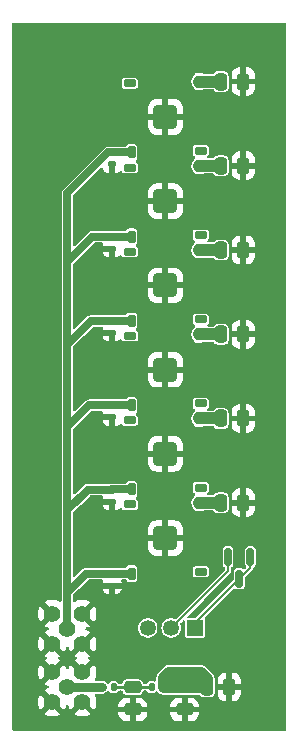
<source format=gtl>
G04 #@! TF.GenerationSoftware,KiCad,Pcbnew,8.0.1-8.0.1-1~ubuntu22.04.1*
G04 #@! TF.CreationDate,2024-03-18T13:01:17-05:00*
G04 #@! TF.ProjectId,onsemi-version,6f6e7365-6d69-42d7-9665-7273696f6e2e,rev?*
G04 #@! TF.SameCoordinates,Original*
G04 #@! TF.FileFunction,Copper,L1,Top*
G04 #@! TF.FilePolarity,Positive*
%FSLAX46Y46*%
G04 Gerber Fmt 4.6, Leading zero omitted, Abs format (unit mm)*
G04 Created by KiCad (PCBNEW 8.0.1-8.0.1-1~ubuntu22.04.1) date 2024-03-18 13:01:17*
%MOMM*%
%LPD*%
G01*
G04 APERTURE LIST*
G04 Aperture macros list*
%AMRoundRect*
0 Rectangle with rounded corners*
0 $1 Rounding radius*
0 $2 $3 $4 $5 $6 $7 $8 $9 X,Y pos of 4 corners*
0 Add a 4 corners polygon primitive as box body*
4,1,4,$2,$3,$4,$5,$6,$7,$8,$9,$2,$3,0*
0 Add four circle primitives for the rounded corners*
1,1,$1+$1,$2,$3*
1,1,$1+$1,$4,$5*
1,1,$1+$1,$6,$7*
1,1,$1+$1,$8,$9*
0 Add four rect primitives between the rounded corners*
20,1,$1+$1,$2,$3,$4,$5,0*
20,1,$1+$1,$4,$5,$6,$7,0*
20,1,$1+$1,$6,$7,$8,$9,0*
20,1,$1+$1,$8,$9,$2,$3,0*%
G04 Aperture macros list end*
G04 #@! TA.AperFunction,SMDPad,CuDef*
%ADD10RoundRect,0.090000X0.210000X-0.460000X0.210000X0.460000X-0.210000X0.460000X-0.210000X-0.460000X0*%
G04 #@! TD*
G04 #@! TA.AperFunction,SMDPad,CuDef*
%ADD11RoundRect,0.090000X0.460000X0.210000X-0.460000X0.210000X-0.460000X-0.210000X0.460000X-0.210000X0*%
G04 #@! TD*
G04 #@! TA.AperFunction,SMDPad,CuDef*
%ADD12RoundRect,0.090000X-0.210000X0.460000X-0.210000X-0.460000X0.210000X-0.460000X0.210000X0.460000X0*%
G04 #@! TD*
G04 #@! TA.AperFunction,SMDPad,CuDef*
%ADD13RoundRect,0.090000X-0.460000X-0.210000X0.460000X-0.210000X0.460000X0.210000X-0.460000X0.210000X0*%
G04 #@! TD*
G04 #@! TA.AperFunction,SMDPad,CuDef*
%ADD14RoundRect,0.300000X-0.700000X-0.700000X0.700000X-0.700000X0.700000X0.700000X-0.700000X0.700000X0*%
G04 #@! TD*
G04 #@! TA.AperFunction,SMDPad,CuDef*
%ADD15RoundRect,0.250000X0.475000X-0.250000X0.475000X0.250000X-0.475000X0.250000X-0.475000X-0.250000X0*%
G04 #@! TD*
G04 #@! TA.AperFunction,SMDPad,CuDef*
%ADD16RoundRect,0.250000X0.250000X0.475000X-0.250000X0.475000X-0.250000X-0.475000X0.250000X-0.475000X0*%
G04 #@! TD*
G04 #@! TA.AperFunction,SMDPad,CuDef*
%ADD17RoundRect,0.135000X-0.185000X0.135000X-0.185000X-0.135000X0.185000X-0.135000X0.185000X0.135000X0*%
G04 #@! TD*
G04 #@! TA.AperFunction,SMDPad,CuDef*
%ADD18RoundRect,0.150000X-0.150000X0.587500X-0.150000X-0.587500X0.150000X-0.587500X0.150000X0.587500X0*%
G04 #@! TD*
G04 #@! TA.AperFunction,SMDPad,CuDef*
%ADD19RoundRect,0.135000X0.135000X0.185000X-0.135000X0.185000X-0.135000X-0.185000X0.135000X-0.185000X0*%
G04 #@! TD*
G04 #@! TA.AperFunction,ComponentPad*
%ADD20C,1.397000*%
G04 #@! TD*
G04 #@! TA.AperFunction,ComponentPad*
%ADD21R,1.350000X1.350000*%
G04 #@! TD*
G04 #@! TA.AperFunction,ComponentPad*
%ADD22C,1.350000*%
G04 #@! TD*
G04 #@! TA.AperFunction,ViaPad*
%ADD23C,0.800000*%
G04 #@! TD*
G04 #@! TA.AperFunction,Conductor*
%ADD24C,1.000000*%
G04 #@! TD*
G04 #@! TA.AperFunction,Conductor*
%ADD25C,0.656600*%
G04 #@! TD*
G04 #@! TA.AperFunction,Conductor*
%ADD26C,0.200000*%
G04 #@! TD*
G04 #@! TA.AperFunction,Conductor*
%ADD27C,0.250000*%
G04 #@! TD*
G04 #@! TA.AperFunction,Conductor*
%ADD28C,0.800000*%
G04 #@! TD*
G04 APERTURE END LIST*
D10*
X50650000Y-75096000D03*
D11*
X56500000Y-74946000D03*
D12*
X56350000Y-69096000D03*
D13*
X50500000Y-69246000D03*
D14*
X53500000Y-72096000D03*
D15*
X55125000Y-93732000D03*
X55125000Y-91832000D03*
D16*
X60100000Y-54832000D03*
X58200000Y-54832000D03*
D10*
X50650000Y-82228000D03*
D11*
X56500000Y-82078000D03*
D12*
X56350000Y-76228000D03*
D13*
X50500000Y-76378000D03*
D14*
X53500000Y-79228000D03*
D17*
X48990000Y-60832000D03*
X48990000Y-61852000D03*
D16*
X60100000Y-69096000D03*
X58200000Y-69096000D03*
D18*
X60700000Y-80800000D03*
X58800000Y-80800000D03*
X59750000Y-82675000D03*
D10*
X50650000Y-60832000D03*
D11*
X56500000Y-60682000D03*
D12*
X56350000Y-54832000D03*
D13*
X50500000Y-54982000D03*
D14*
X53500000Y-57832000D03*
D16*
X60100000Y-76228000D03*
X58200000Y-76228000D03*
D19*
X49135000Y-91832000D03*
X48115000Y-91832000D03*
D10*
X50650000Y-46568000D03*
D11*
X56500000Y-46418000D03*
D12*
X56350000Y-40568000D03*
D13*
X50500000Y-40718000D03*
D14*
X53500000Y-43568000D03*
D10*
X50650000Y-67964000D03*
D11*
X56500000Y-67814000D03*
D12*
X56350000Y-61964000D03*
D13*
X50500000Y-62114000D03*
D14*
X53500000Y-64964000D03*
D20*
X45195000Y-86902000D03*
X43925000Y-85632000D03*
X43925000Y-88172000D03*
X46465000Y-88172000D03*
X46465000Y-85632000D03*
D17*
X48990000Y-82228000D03*
X48990000Y-83248000D03*
X48990000Y-75112000D03*
X48990000Y-76132000D03*
D16*
X60100000Y-61964000D03*
X58200000Y-61964000D03*
D10*
X50650000Y-53700000D03*
D11*
X56500000Y-53550000D03*
D12*
X56350000Y-47700000D03*
D13*
X50500000Y-47850000D03*
D14*
X53500000Y-50700000D03*
D17*
X48990000Y-67964000D03*
X48990000Y-68984000D03*
D15*
X50745000Y-93732000D03*
X50745000Y-91832000D03*
D19*
X53375000Y-91832000D03*
X52355000Y-91832000D03*
D16*
X58915000Y-91832000D03*
X57015000Y-91832000D03*
X60100000Y-47700000D03*
X58200000Y-47700000D03*
X60100000Y-40568000D03*
X58200000Y-40568000D03*
D17*
X48990000Y-46568000D03*
X48990000Y-47588000D03*
D21*
X56000000Y-86832000D03*
D22*
X54000000Y-86832000D03*
X52000000Y-86832000D03*
D17*
X48990000Y-53700000D03*
X48990000Y-54720000D03*
D20*
X45195000Y-91832000D03*
X43925000Y-90562000D03*
X43925000Y-93102000D03*
X46465000Y-93102000D03*
X46465000Y-90562000D03*
D23*
X51425000Y-43568000D03*
X62839282Y-72867708D03*
X61178568Y-36332000D03*
X62839282Y-61242710D03*
X48050000Y-72096000D03*
X50300000Y-50700000D03*
X41250000Y-64624845D03*
X48050000Y-79228000D03*
X62839282Y-49617712D03*
X62839282Y-51278426D03*
X48050000Y-57832000D03*
X41250000Y-69617700D03*
X62839282Y-76189136D03*
X41250000Y-46317710D03*
X62839282Y-52939140D03*
X57857140Y-36332000D03*
X41250000Y-57967705D03*
X62839282Y-46296284D03*
X50300000Y-79228000D03*
X49175000Y-57832000D03*
X49175000Y-64964000D03*
X41250000Y-66289130D03*
X51425000Y-64964000D03*
X56196426Y-36332000D03*
X41250000Y-59631990D03*
X62839282Y-81171278D03*
X41250000Y-54639135D03*
X54535712Y-36332000D03*
X62839282Y-36332000D03*
X62839282Y-62903424D03*
X49175000Y-79228000D03*
X47892856Y-36332000D03*
X62839282Y-57921282D03*
X62839282Y-82832000D03*
X51425000Y-57832000D03*
X41250000Y-72946270D03*
X49553570Y-36332000D03*
X50300000Y-43568000D03*
X41250000Y-82931980D03*
X59517854Y-36332000D03*
X62839282Y-67885566D03*
X42910714Y-36332000D03*
X41250000Y-67953415D03*
X41250000Y-36332000D03*
X62839282Y-77849850D03*
X41250000Y-62960560D03*
X62839282Y-66224852D03*
X41250000Y-76274840D03*
X41250000Y-42989140D03*
X41250000Y-44653425D03*
X41250000Y-61296275D03*
X41250000Y-81267695D03*
X48050000Y-43568000D03*
X52874998Y-36332000D03*
X51425000Y-50700000D03*
X51214284Y-36332000D03*
X41250000Y-71281985D03*
X41250000Y-51310565D03*
X62839282Y-41314142D03*
X50300000Y-64964000D03*
X62839282Y-59581996D03*
X41250000Y-37996285D03*
X41250000Y-77939125D03*
X49175000Y-43568000D03*
X51425000Y-72096000D03*
X41250000Y-39660570D03*
X62839282Y-42974856D03*
X41250000Y-56303420D03*
X62839282Y-64564138D03*
X62839282Y-74528422D03*
X41250000Y-47981995D03*
X62839282Y-39653428D03*
X48050000Y-64964000D03*
X46232142Y-36332000D03*
X50300000Y-57832000D03*
X41250000Y-41324855D03*
X50300000Y-72096000D03*
X41250000Y-79603410D03*
X49175000Y-50700000D03*
X62839282Y-44635570D03*
X41250000Y-52974850D03*
X62839282Y-56260568D03*
X62839282Y-54599854D03*
X62839282Y-69546280D03*
X41250000Y-74610555D03*
X44571428Y-36332000D03*
X62839282Y-79510564D03*
X48050000Y-50700000D03*
X62839282Y-37992714D03*
X51425000Y-79228000D03*
X62839282Y-71206994D03*
X41250000Y-49646280D03*
X49175000Y-72096000D03*
X62839282Y-47956998D03*
X56500000Y-90632000D03*
X58200000Y-54832000D03*
X53800000Y-90632000D03*
X58200000Y-61964000D03*
X58200000Y-76228000D03*
X58200000Y-40568000D03*
X58200000Y-69096000D03*
X58200000Y-47700000D03*
X55600000Y-90632000D03*
X54700000Y-90632000D03*
D24*
X55125000Y-91832000D02*
X55125000Y-91107000D01*
X53800000Y-90632000D02*
X56500000Y-90632000D01*
X55125000Y-91832000D02*
X55000000Y-91832000D01*
X56350000Y-69096000D02*
X58200000Y-69096000D01*
X56350000Y-76228000D02*
X58200000Y-76228000D01*
X57015000Y-91147000D02*
X56500000Y-90632000D01*
X53375000Y-91832000D02*
X53500000Y-91832000D01*
X55125000Y-91832000D02*
X55300000Y-91832000D01*
X53500000Y-91832000D02*
X54700000Y-90632000D01*
X57015000Y-91832000D02*
X53375000Y-91832000D01*
X55125000Y-91057000D02*
X54700000Y-90632000D01*
X55125000Y-91832000D02*
X55125000Y-91057000D01*
X53375000Y-91057000D02*
X53800000Y-90632000D01*
X56350000Y-47700000D02*
X58200000Y-47700000D01*
X57015000Y-91832000D02*
X57015000Y-91147000D01*
X55000000Y-91832000D02*
X53800000Y-90632000D01*
X57015000Y-91832000D02*
X55125000Y-91832000D01*
X56350000Y-54832000D02*
X58200000Y-54832000D01*
X53375000Y-91832000D02*
X55125000Y-91832000D01*
X56350000Y-61964000D02*
X58200000Y-61964000D01*
X56350000Y-40568000D02*
X58200000Y-40568000D01*
X55300000Y-91832000D02*
X56500000Y-90632000D01*
X55125000Y-91107000D02*
X55600000Y-90632000D01*
X53375000Y-91832000D02*
X53375000Y-91057000D01*
D25*
X50650000Y-67964000D02*
X48990000Y-67964000D01*
X48670001Y-46568000D02*
X45195000Y-50043001D01*
X50650000Y-60832000D02*
X48990000Y-60832000D01*
X47327000Y-53700000D02*
X45195000Y-55832000D01*
X45195000Y-50043001D02*
X45195000Y-55832000D01*
X47195000Y-60832000D02*
X45195000Y-62832000D01*
X48990000Y-46568000D02*
X48670001Y-46568000D01*
X50650000Y-46568000D02*
X48990000Y-46568000D01*
X47063000Y-67964000D02*
X45195000Y-69832000D01*
X48990000Y-67964000D02*
X47063000Y-67964000D01*
X48990000Y-82228000D02*
X46799000Y-82228000D01*
X50650000Y-82228000D02*
X48990000Y-82228000D01*
X50650000Y-75096000D02*
X49006000Y-75096000D01*
X49500000Y-53700000D02*
X47327000Y-53700000D01*
X45195000Y-62832000D02*
X45195000Y-69832000D01*
X46915000Y-75112000D02*
X45195000Y-76832000D01*
X49500000Y-53700000D02*
X48990000Y-53700000D01*
X45195000Y-76832000D02*
X45195000Y-83832000D01*
X45195000Y-83832000D02*
X45195000Y-86902000D01*
X50650000Y-53700000D02*
X49500000Y-53700000D01*
X48990000Y-75112000D02*
X46915000Y-75112000D01*
X45195000Y-69832000D02*
X45195000Y-76832000D01*
X46799000Y-82228000D02*
X45195000Y-83832000D01*
X45195000Y-55832000D02*
X45195000Y-62832000D01*
X49006000Y-75096000D02*
X48990000Y-75112000D01*
X48990000Y-60832000D02*
X47195000Y-60832000D01*
D26*
X56000000Y-86425000D02*
X56000000Y-86832000D01*
X60700000Y-81725000D02*
X59750000Y-82675000D01*
X59750000Y-82675000D02*
X56000000Y-86425000D01*
X60700000Y-80800000D02*
X60700000Y-81725000D01*
X58800000Y-82032000D02*
X54000000Y-86832000D01*
X58800000Y-80800000D02*
X58800000Y-82032000D01*
D27*
X50745000Y-91832000D02*
X49135000Y-91832000D01*
X52355000Y-91832000D02*
X50745000Y-91832000D01*
D28*
X45195000Y-91832000D02*
X48115000Y-91832000D01*
G04 #@! TA.AperFunction,Conductor*
G36*
X46050792Y-88343571D02*
G01*
X46109311Y-88444930D01*
X46192070Y-88527689D01*
X46293429Y-88586208D01*
X46380905Y-88609647D01*
X45812761Y-89177790D01*
X45812762Y-89177791D01*
X45928490Y-89249447D01*
X45928502Y-89249453D01*
X45933461Y-89251374D01*
X45988862Y-89293947D01*
X46012452Y-89359714D01*
X45996740Y-89427794D01*
X45946716Y-89476573D01*
X45933465Y-89482625D01*
X45928498Y-89484549D01*
X45928496Y-89484550D01*
X45812761Y-89556208D01*
X46380906Y-90124352D01*
X46293429Y-90147792D01*
X46192070Y-90206311D01*
X46109311Y-90289070D01*
X46050792Y-90390429D01*
X46027352Y-90477905D01*
X45457209Y-89907762D01*
X45441651Y-89928365D01*
X45342649Y-90127186D01*
X45342644Y-90127199D01*
X45314266Y-90226939D01*
X45276987Y-90286032D01*
X45213677Y-90315589D01*
X45144437Y-90306227D01*
X45091251Y-90260917D01*
X45075734Y-90226939D01*
X45047355Y-90127199D01*
X45047350Y-90127186D01*
X44948353Y-89928374D01*
X44948348Y-89928367D01*
X44932789Y-89907762D01*
X44362647Y-90477904D01*
X44339208Y-90390429D01*
X44280689Y-90289070D01*
X44197930Y-90206311D01*
X44096571Y-90147792D01*
X44009094Y-90124352D01*
X44577237Y-89556208D01*
X44577236Y-89556207D01*
X44461509Y-89484552D01*
X44461503Y-89484549D01*
X44456542Y-89482628D01*
X44401139Y-89440056D01*
X44377547Y-89374290D01*
X44393257Y-89306209D01*
X44443280Y-89257429D01*
X44456542Y-89251372D01*
X44461505Y-89249449D01*
X44461506Y-89249448D01*
X44577237Y-89177790D01*
X44009095Y-88609647D01*
X44096571Y-88586208D01*
X44197930Y-88527689D01*
X44280689Y-88444930D01*
X44339208Y-88343571D01*
X44362647Y-88256094D01*
X44932790Y-88826236D01*
X44948348Y-88805634D01*
X44948353Y-88805626D01*
X45047350Y-88606813D01*
X45047356Y-88606798D01*
X45075734Y-88507061D01*
X45113013Y-88447967D01*
X45176323Y-88418410D01*
X45245562Y-88427772D01*
X45298749Y-88473082D01*
X45314266Y-88507061D01*
X45342643Y-88606798D01*
X45342649Y-88606813D01*
X45441652Y-88805636D01*
X45457208Y-88826236D01*
X46027352Y-88256093D01*
X46050792Y-88343571D01*
G37*
G04 #@! TD.AperFunction*
G04 #@! TA.AperFunction,Conductor*
G36*
X63693039Y-35601685D02*
G01*
X63738794Y-35654489D01*
X63750000Y-35706000D01*
X63750000Y-95458000D01*
X63730315Y-95525039D01*
X63677511Y-95570794D01*
X63626000Y-95582000D01*
X40673609Y-95582000D01*
X40606570Y-95562315D01*
X40560815Y-95509511D01*
X40549609Y-95458102D01*
X40547665Y-93102000D01*
X42721366Y-93102000D01*
X42741859Y-93323166D01*
X42741860Y-93323168D01*
X42802643Y-93536798D01*
X42802649Y-93536813D01*
X42901652Y-93735636D01*
X42917208Y-93756236D01*
X43487352Y-93186093D01*
X43510792Y-93273571D01*
X43569311Y-93374930D01*
X43652070Y-93457689D01*
X43753429Y-93516208D01*
X43840905Y-93539647D01*
X43272761Y-94107790D01*
X43272762Y-94107791D01*
X43388490Y-94179447D01*
X43388496Y-94179450D01*
X43595607Y-94259684D01*
X43813945Y-94300500D01*
X44036055Y-94300500D01*
X44254392Y-94259684D01*
X44461505Y-94179449D01*
X44461506Y-94179448D01*
X44577237Y-94107790D01*
X44009095Y-93539647D01*
X44096571Y-93516208D01*
X44197930Y-93457689D01*
X44280689Y-93374930D01*
X44339208Y-93273571D01*
X44362647Y-93186094D01*
X44932790Y-93756236D01*
X44948348Y-93735634D01*
X44948353Y-93735626D01*
X45047350Y-93536813D01*
X45047356Y-93536798D01*
X45075734Y-93437061D01*
X45113013Y-93377967D01*
X45176323Y-93348410D01*
X45245562Y-93357772D01*
X45298749Y-93403082D01*
X45314266Y-93437061D01*
X45342643Y-93536798D01*
X45342649Y-93536813D01*
X45441652Y-93735636D01*
X45457208Y-93756236D01*
X46027352Y-93186092D01*
X46050792Y-93273571D01*
X46109311Y-93374930D01*
X46192070Y-93457689D01*
X46293429Y-93516208D01*
X46380905Y-93539647D01*
X45812761Y-94107790D01*
X45812762Y-94107791D01*
X45928490Y-94179447D01*
X45928496Y-94179450D01*
X46135607Y-94259684D01*
X46353945Y-94300500D01*
X46576055Y-94300500D01*
X46794392Y-94259684D01*
X47001505Y-94179449D01*
X47001506Y-94179448D01*
X47117237Y-94107790D01*
X46991447Y-93982000D01*
X49520001Y-93982000D01*
X49520001Y-94031986D01*
X49530494Y-94134697D01*
X49585641Y-94301119D01*
X49585643Y-94301124D01*
X49677684Y-94450345D01*
X49801654Y-94574315D01*
X49950875Y-94666356D01*
X49950880Y-94666358D01*
X50117302Y-94721505D01*
X50117309Y-94721506D01*
X50220019Y-94731999D01*
X50494999Y-94731999D01*
X50495000Y-94731998D01*
X50495000Y-93982000D01*
X50995000Y-93982000D01*
X50995000Y-94731999D01*
X51269972Y-94731999D01*
X51269986Y-94731998D01*
X51372697Y-94721505D01*
X51539119Y-94666358D01*
X51539124Y-94666356D01*
X51688345Y-94574315D01*
X51812315Y-94450345D01*
X51904356Y-94301124D01*
X51904358Y-94301119D01*
X51959505Y-94134697D01*
X51959506Y-94134690D01*
X51969999Y-94031986D01*
X51970000Y-94031973D01*
X51970000Y-93982000D01*
X53900001Y-93982000D01*
X53900001Y-94031986D01*
X53910494Y-94134697D01*
X53965641Y-94301119D01*
X53965643Y-94301124D01*
X54057684Y-94450345D01*
X54181654Y-94574315D01*
X54330875Y-94666356D01*
X54330880Y-94666358D01*
X54497302Y-94721505D01*
X54497309Y-94721506D01*
X54600019Y-94731999D01*
X54874999Y-94731999D01*
X54875000Y-94731998D01*
X54875000Y-93982000D01*
X55375000Y-93982000D01*
X55375000Y-94731999D01*
X55649972Y-94731999D01*
X55649986Y-94731998D01*
X55752697Y-94721505D01*
X55919119Y-94666358D01*
X55919124Y-94666356D01*
X56068345Y-94574315D01*
X56192315Y-94450345D01*
X56284356Y-94301124D01*
X56284358Y-94301119D01*
X56339505Y-94134697D01*
X56339506Y-94134690D01*
X56349999Y-94031986D01*
X56350000Y-94031973D01*
X56350000Y-93982000D01*
X55375000Y-93982000D01*
X54875000Y-93982000D01*
X53900001Y-93982000D01*
X51970000Y-93982000D01*
X50995000Y-93982000D01*
X50495000Y-93982000D01*
X49520001Y-93982000D01*
X46991447Y-93982000D01*
X46549095Y-93539647D01*
X46636571Y-93516208D01*
X46737930Y-93457689D01*
X46820689Y-93374930D01*
X46879208Y-93273571D01*
X46902647Y-93186094D01*
X47472790Y-93756236D01*
X47488348Y-93735634D01*
X47488353Y-93735626D01*
X47587350Y-93536813D01*
X47587356Y-93536798D01*
X47602947Y-93482000D01*
X49520000Y-93482000D01*
X50495000Y-93482000D01*
X50495000Y-92732000D01*
X50995000Y-92732000D01*
X50995000Y-93482000D01*
X51969999Y-93482000D01*
X53900000Y-93482000D01*
X54875000Y-93482000D01*
X54875000Y-92732000D01*
X55375000Y-92732000D01*
X55375000Y-93482000D01*
X56349999Y-93482000D01*
X56349999Y-93432028D01*
X56349998Y-93432013D01*
X56339505Y-93329302D01*
X56284358Y-93162880D01*
X56284356Y-93162875D01*
X56192315Y-93013654D01*
X56068345Y-92889684D01*
X55919124Y-92797643D01*
X55919119Y-92797641D01*
X55752697Y-92742494D01*
X55752690Y-92742493D01*
X55649986Y-92732000D01*
X55375000Y-92732000D01*
X54875000Y-92732000D01*
X54600029Y-92732000D01*
X54600012Y-92732001D01*
X54497302Y-92742494D01*
X54330880Y-92797641D01*
X54330875Y-92797643D01*
X54181654Y-92889684D01*
X54057684Y-93013654D01*
X53965643Y-93162875D01*
X53965641Y-93162880D01*
X53910494Y-93329302D01*
X53910493Y-93329309D01*
X53900000Y-93432013D01*
X53900000Y-93482000D01*
X51969999Y-93482000D01*
X51969999Y-93432028D01*
X51969998Y-93432013D01*
X51959505Y-93329302D01*
X51904358Y-93162880D01*
X51904356Y-93162875D01*
X51812315Y-93013654D01*
X51688345Y-92889684D01*
X51539124Y-92797643D01*
X51539119Y-92797641D01*
X51372697Y-92742494D01*
X51372690Y-92742493D01*
X51269986Y-92732000D01*
X50995000Y-92732000D01*
X50495000Y-92732000D01*
X50220029Y-92732000D01*
X50220012Y-92732001D01*
X50117302Y-92742494D01*
X49950880Y-92797641D01*
X49950875Y-92797643D01*
X49801654Y-92889684D01*
X49677684Y-93013654D01*
X49585643Y-93162875D01*
X49585641Y-93162880D01*
X49530494Y-93329302D01*
X49530493Y-93329309D01*
X49520000Y-93432013D01*
X49520000Y-93482000D01*
X47602947Y-93482000D01*
X47648139Y-93323168D01*
X47648140Y-93323166D01*
X47668634Y-93102000D01*
X47668634Y-93101999D01*
X47648140Y-92880833D01*
X47648139Y-92880831D01*
X47587356Y-92667201D01*
X47587350Y-92667186D01*
X47534860Y-92561772D01*
X47522599Y-92492986D01*
X47549472Y-92428491D01*
X47606948Y-92388764D01*
X47645860Y-92382500D01*
X48187472Y-92382500D01*
X48187475Y-92382500D01*
X48327485Y-92344984D01*
X48453015Y-92272509D01*
X48555509Y-92170015D01*
X48555516Y-92170001D01*
X48555650Y-92169829D01*
X48555816Y-92169707D01*
X48561256Y-92164268D01*
X48562103Y-92165115D01*
X48612074Y-92128620D01*
X48681819Y-92124458D01*
X48742743Y-92158664D01*
X48756333Y-92175227D01*
X48760384Y-92181141D01*
X48835859Y-92256616D01*
X48835862Y-92256617D01*
X48835863Y-92256618D01*
X48933499Y-92299729D01*
X48933500Y-92299729D01*
X48933502Y-92299730D01*
X48957377Y-92302500D01*
X49312622Y-92302499D01*
X49336498Y-92299730D01*
X49434135Y-92256619D01*
X49434136Y-92256618D01*
X49434141Y-92256616D01*
X49509616Y-92181141D01*
X49509618Y-92181134D01*
X49516110Y-92171660D01*
X49517138Y-92172364D01*
X49554582Y-92128037D01*
X49621368Y-92107510D01*
X49622930Y-92107500D01*
X49762640Y-92107500D01*
X49829679Y-92127185D01*
X49875434Y-92179989D01*
X49880911Y-92198157D01*
X49881337Y-92198019D01*
X49884352Y-92207300D01*
X49884353Y-92207303D01*
X49884354Y-92207304D01*
X49941950Y-92320342D01*
X49941952Y-92320344D01*
X49941954Y-92320347D01*
X50031652Y-92410045D01*
X50031654Y-92410046D01*
X50031658Y-92410050D01*
X50142262Y-92466406D01*
X50144698Y-92467647D01*
X50238475Y-92482499D01*
X50238481Y-92482500D01*
X51251518Y-92482499D01*
X51345304Y-92467646D01*
X51458342Y-92410050D01*
X51548050Y-92320342D01*
X51605646Y-92207304D01*
X51605646Y-92207302D01*
X51605647Y-92207301D01*
X51608663Y-92198020D01*
X51611174Y-92198836D01*
X51634820Y-92148963D01*
X51694134Y-92112034D01*
X51727360Y-92107500D01*
X51867070Y-92107500D01*
X51934109Y-92127185D01*
X51973109Y-92172194D01*
X51973890Y-92171660D01*
X51978582Y-92178510D01*
X51979864Y-92179989D01*
X51980375Y-92181127D01*
X51980382Y-92181138D01*
X51980384Y-92181141D01*
X52055859Y-92256616D01*
X52055862Y-92256617D01*
X52055863Y-92256618D01*
X52153499Y-92299729D01*
X52153500Y-92299729D01*
X52153502Y-92299730D01*
X52177377Y-92302500D01*
X52532622Y-92302499D01*
X52556498Y-92299730D01*
X52654135Y-92256619D01*
X52654135Y-92256618D01*
X52654141Y-92256616D01*
X52680519Y-92230237D01*
X52741838Y-92196754D01*
X52811530Y-92201738D01*
X52865575Y-92242194D01*
X52865860Y-92241961D01*
X52866809Y-92243118D01*
X52867464Y-92243608D01*
X52869045Y-92245842D01*
X52869726Y-92246672D01*
X52960327Y-92337273D01*
X52960331Y-92337276D01*
X53066866Y-92408461D01*
X53066875Y-92408466D01*
X53093692Y-92419574D01*
X53185256Y-92457501D01*
X53185260Y-92457501D01*
X53185261Y-92457502D01*
X53310928Y-92482500D01*
X53310931Y-92482500D01*
X53439069Y-92482500D01*
X54618481Y-92482500D01*
X54935931Y-92482500D01*
X55060931Y-92482500D01*
X56328943Y-92482500D01*
X56395982Y-92502185D01*
X56429206Y-92538906D01*
X56431214Y-92537448D01*
X56436950Y-92545343D01*
X56526652Y-92635045D01*
X56526654Y-92635046D01*
X56526658Y-92635050D01*
X56616840Y-92681000D01*
X56639698Y-92692647D01*
X56733475Y-92707499D01*
X56733481Y-92707500D01*
X57296518Y-92707499D01*
X57390304Y-92692646D01*
X57503342Y-92635050D01*
X57593050Y-92545342D01*
X57650646Y-92432304D01*
X57650646Y-92432302D01*
X57650647Y-92432301D01*
X57665500Y-92338524D01*
X57665500Y-92082000D01*
X57915001Y-92082000D01*
X57915001Y-92356986D01*
X57925494Y-92459697D01*
X57980641Y-92626119D01*
X57980643Y-92626123D01*
X58072684Y-92775345D01*
X58196654Y-92899315D01*
X58345875Y-92991356D01*
X58345880Y-92991358D01*
X58512302Y-93046505D01*
X58512309Y-93046506D01*
X58615019Y-93056999D01*
X58664999Y-93056998D01*
X58665000Y-93056998D01*
X58665000Y-92082000D01*
X59165000Y-92082000D01*
X59165000Y-93056999D01*
X59214972Y-93056999D01*
X59214986Y-93056998D01*
X59317697Y-93046505D01*
X59484119Y-92991358D01*
X59484124Y-92991356D01*
X59633345Y-92899315D01*
X59757315Y-92775345D01*
X59849357Y-92626123D01*
X59849358Y-92626119D01*
X59904505Y-92459697D01*
X59904506Y-92459690D01*
X59914999Y-92356986D01*
X59915000Y-92356973D01*
X59915000Y-92082000D01*
X59165000Y-92082000D01*
X58665000Y-92082000D01*
X57915001Y-92082000D01*
X57665500Y-92082000D01*
X57665500Y-91582000D01*
X57915000Y-91582000D01*
X58665000Y-91582000D01*
X58665000Y-90607000D01*
X59165000Y-90607000D01*
X59165000Y-91582000D01*
X59914999Y-91582000D01*
X59914999Y-91307028D01*
X59914998Y-91307013D01*
X59904505Y-91204302D01*
X59849358Y-91037880D01*
X59849356Y-91037875D01*
X59757315Y-90888654D01*
X59633345Y-90764684D01*
X59484124Y-90672643D01*
X59484119Y-90672641D01*
X59317697Y-90617494D01*
X59317690Y-90617493D01*
X59214986Y-90607000D01*
X59165000Y-90607000D01*
X58665000Y-90607000D01*
X58664999Y-90606999D01*
X58615029Y-90607000D01*
X58615011Y-90607001D01*
X58512302Y-90617494D01*
X58345880Y-90672641D01*
X58345875Y-90672643D01*
X58196654Y-90764684D01*
X58072684Y-90888654D01*
X57980643Y-91037875D01*
X57980641Y-91037880D01*
X57925494Y-91204302D01*
X57925493Y-91204309D01*
X57915000Y-91307013D01*
X57915000Y-91582000D01*
X57665500Y-91582000D01*
X57665500Y-91082928D01*
X57640502Y-90957261D01*
X57640501Y-90957260D01*
X57640501Y-90957256D01*
X57591465Y-90838873D01*
X57564738Y-90798873D01*
X57554244Y-90783168D01*
X57520278Y-90732332D01*
X57520272Y-90732325D01*
X56914673Y-90126726D01*
X56914669Y-90126723D01*
X56808127Y-90055535D01*
X56689744Y-90006499D01*
X56689738Y-90006497D01*
X56564071Y-89981500D01*
X56564069Y-89981500D01*
X53735931Y-89981500D01*
X53735929Y-89981500D01*
X53610261Y-90006497D01*
X53610255Y-90006499D01*
X53491874Y-90055534D01*
X53385326Y-90126726D01*
X53385325Y-90126727D01*
X52869723Y-90642330D01*
X52852963Y-90667413D01*
X52836315Y-90692331D01*
X52798534Y-90748873D01*
X52749499Y-90867255D01*
X52749497Y-90867261D01*
X52724500Y-90992928D01*
X52724500Y-91248148D01*
X52704815Y-91315187D01*
X52652011Y-91360942D01*
X52582853Y-91370886D01*
X52565704Y-91365969D01*
X52565501Y-91366719D01*
X52556501Y-91364270D01*
X52532623Y-91361500D01*
X52177384Y-91361500D01*
X52177361Y-91361502D01*
X52153504Y-91364269D01*
X52153501Y-91364269D01*
X52055864Y-91407380D01*
X52055856Y-91407386D01*
X51980386Y-91482856D01*
X51973890Y-91492340D01*
X51972861Y-91491635D01*
X51935418Y-91535963D01*
X51868632Y-91556490D01*
X51867070Y-91556500D01*
X51727360Y-91556500D01*
X51660321Y-91536815D01*
X51614566Y-91484011D01*
X51609088Y-91465842D01*
X51608663Y-91465981D01*
X51605647Y-91456699D01*
X51605646Y-91456697D01*
X51605646Y-91456696D01*
X51548050Y-91343658D01*
X51548046Y-91343654D01*
X51548045Y-91343652D01*
X51458347Y-91253954D01*
X51458344Y-91253952D01*
X51458342Y-91253950D01*
X51370145Y-91209011D01*
X51345301Y-91196352D01*
X51251524Y-91181500D01*
X50238482Y-91181500D01*
X50157519Y-91194323D01*
X50144696Y-91196354D01*
X50031658Y-91253950D01*
X50031657Y-91253951D01*
X50031652Y-91253954D01*
X49941954Y-91343652D01*
X49941951Y-91343657D01*
X49941950Y-91343658D01*
X49932858Y-91361502D01*
X49884352Y-91456698D01*
X49881337Y-91465980D01*
X49878825Y-91465163D01*
X49855180Y-91515037D01*
X49795866Y-91551966D01*
X49762640Y-91556500D01*
X49622930Y-91556500D01*
X49555891Y-91536815D01*
X49516890Y-91491805D01*
X49516110Y-91492340D01*
X49511417Y-91485489D01*
X49510136Y-91484011D01*
X49509624Y-91482872D01*
X49509617Y-91482862D01*
X49509616Y-91482859D01*
X49434141Y-91407384D01*
X49434138Y-91407383D01*
X49434136Y-91407381D01*
X49336500Y-91364270D01*
X49336501Y-91364270D01*
X49312623Y-91361500D01*
X48957384Y-91361500D01*
X48957361Y-91361502D01*
X48933504Y-91364269D01*
X48933501Y-91364269D01*
X48835864Y-91407380D01*
X48835856Y-91407386D01*
X48760383Y-91482859D01*
X48756331Y-91488775D01*
X48702203Y-91532956D01*
X48632782Y-91540859D01*
X48570108Y-91509976D01*
X48555656Y-91494177D01*
X48555507Y-91493983D01*
X48453017Y-91391493D01*
X48453011Y-91391488D01*
X48327488Y-91319017D01*
X48327489Y-91319017D01*
X48313195Y-91315187D01*
X48187475Y-91281500D01*
X48187472Y-91281500D01*
X47645860Y-91281500D01*
X47578821Y-91261815D01*
X47533066Y-91209011D01*
X47523122Y-91139853D01*
X47534860Y-91102228D01*
X47587350Y-90996813D01*
X47587356Y-90996798D01*
X47648139Y-90783168D01*
X47648140Y-90783166D01*
X47668634Y-90562000D01*
X47668634Y-90561999D01*
X47648140Y-90340833D01*
X47648139Y-90340831D01*
X47587356Y-90127201D01*
X47587350Y-90127186D01*
X47488353Y-89928374D01*
X47488348Y-89928367D01*
X47472789Y-89907762D01*
X46902646Y-90477904D01*
X46879208Y-90390429D01*
X46820689Y-90289070D01*
X46737930Y-90206311D01*
X46636571Y-90147792D01*
X46549094Y-90124352D01*
X47117237Y-89556208D01*
X47117236Y-89556207D01*
X47001509Y-89484552D01*
X47001503Y-89484549D01*
X46996542Y-89482628D01*
X46941139Y-89440056D01*
X46917547Y-89374290D01*
X46933257Y-89306209D01*
X46983280Y-89257429D01*
X46996542Y-89251372D01*
X47001505Y-89249449D01*
X47001506Y-89249448D01*
X47117237Y-89177790D01*
X46549095Y-88609647D01*
X46636571Y-88586208D01*
X46737930Y-88527689D01*
X46820689Y-88444930D01*
X46879208Y-88343571D01*
X46902647Y-88256094D01*
X47472790Y-88826236D01*
X47488348Y-88805634D01*
X47488353Y-88805626D01*
X47587350Y-88606813D01*
X47587356Y-88606798D01*
X47648139Y-88393168D01*
X47648140Y-88393166D01*
X47668634Y-88172000D01*
X47668634Y-88171999D01*
X47648140Y-87950833D01*
X47648139Y-87950831D01*
X47587356Y-87737201D01*
X47587350Y-87737186D01*
X47488353Y-87538374D01*
X47488348Y-87538367D01*
X47472789Y-87517762D01*
X46902647Y-88087904D01*
X46879208Y-88000429D01*
X46820689Y-87899070D01*
X46737930Y-87816311D01*
X46636571Y-87757792D01*
X46549094Y-87734352D01*
X47117237Y-87166208D01*
X47117236Y-87166207D01*
X47001509Y-87094552D01*
X47001503Y-87094549D01*
X46802941Y-87017627D01*
X46747540Y-86975054D01*
X46723949Y-86909287D01*
X46739660Y-86841207D01*
X46749102Y-86832000D01*
X51169953Y-86832000D01*
X51188092Y-87004576D01*
X51188093Y-87004579D01*
X51241712Y-87169608D01*
X51328477Y-87319887D01*
X51328476Y-87319887D01*
X51404013Y-87403779D01*
X51444590Y-87448845D01*
X51539446Y-87517762D01*
X51584976Y-87550842D01*
X51743495Y-87621420D01*
X51743501Y-87621422D01*
X51913236Y-87657500D01*
X51913237Y-87657500D01*
X52086762Y-87657500D01*
X52086764Y-87657500D01*
X52256499Y-87621422D01*
X52256501Y-87621420D01*
X52256504Y-87621420D01*
X52309899Y-87597646D01*
X52415024Y-87550842D01*
X52555410Y-87448845D01*
X52671522Y-87319889D01*
X52758286Y-87169611D01*
X52811908Y-87004576D01*
X52830047Y-86832000D01*
X53169953Y-86832000D01*
X53188092Y-87004576D01*
X53188093Y-87004579D01*
X53241712Y-87169608D01*
X53328477Y-87319887D01*
X53328476Y-87319887D01*
X53404013Y-87403779D01*
X53444590Y-87448845D01*
X53539446Y-87517762D01*
X53584976Y-87550842D01*
X53743495Y-87621420D01*
X53743501Y-87621422D01*
X53913236Y-87657500D01*
X53913237Y-87657500D01*
X54086762Y-87657500D01*
X54086764Y-87657500D01*
X54256499Y-87621422D01*
X54256501Y-87621420D01*
X54256504Y-87621420D01*
X54309899Y-87597646D01*
X54415024Y-87550842D01*
X54555410Y-87448845D01*
X54671522Y-87319889D01*
X54758286Y-87169611D01*
X54811908Y-87004576D01*
X54830047Y-86832000D01*
X54811908Y-86659424D01*
X54765478Y-86516527D01*
X54763484Y-86446687D01*
X54795726Y-86390533D01*
X54962821Y-86223438D01*
X55024142Y-86189956D01*
X55093834Y-86194940D01*
X55149767Y-86236812D01*
X55174184Y-86302276D01*
X55174500Y-86311122D01*
X55174500Y-87521820D01*
X55174500Y-87521822D01*
X55174499Y-87521822D01*
X55183231Y-87565717D01*
X55183232Y-87565721D01*
X55183233Y-87565722D01*
X55216496Y-87615504D01*
X55266278Y-87648767D01*
X55266281Y-87648767D01*
X55266282Y-87648768D01*
X55310177Y-87657500D01*
X55310180Y-87657500D01*
X56689822Y-87657500D01*
X56733717Y-87648768D01*
X56733717Y-87648767D01*
X56733722Y-87648767D01*
X56783504Y-87615504D01*
X56816767Y-87565722D01*
X56822207Y-87538374D01*
X56825500Y-87521822D01*
X56825500Y-86142177D01*
X56816768Y-86098282D01*
X56816767Y-86098281D01*
X56816767Y-86098278D01*
X56816765Y-86098275D01*
X56812094Y-86086998D01*
X56814113Y-86086161D01*
X56798038Y-86034810D01*
X56816526Y-85967431D01*
X56834333Y-85944926D01*
X59258213Y-83521045D01*
X59319536Y-83487561D01*
X59389228Y-83492545D01*
X59416486Y-83510063D01*
X59417755Y-83508212D01*
X59427234Y-83514705D01*
X59427235Y-83514706D01*
X59530009Y-83560085D01*
X59555135Y-83563000D01*
X59944864Y-83562999D01*
X59944879Y-83562997D01*
X59944882Y-83562997D01*
X59969987Y-83560086D01*
X59969988Y-83560085D01*
X59969991Y-83560085D01*
X60072765Y-83514706D01*
X60152206Y-83435265D01*
X60197585Y-83332491D01*
X60200500Y-83307365D01*
X60200499Y-82630121D01*
X60220183Y-82563083D01*
X60236814Y-82542445D01*
X60824455Y-81954803D01*
X60824458Y-81954802D01*
X60841896Y-81937364D01*
X60841897Y-81937364D01*
X60912364Y-81866897D01*
X60950500Y-81774828D01*
X60950500Y-81752412D01*
X60970185Y-81685373D01*
X61014071Y-81647345D01*
X61013286Y-81646199D01*
X61022760Y-81639707D01*
X61022765Y-81639706D01*
X61102206Y-81560265D01*
X61147585Y-81457491D01*
X61150500Y-81432365D01*
X61150499Y-80167636D01*
X61150497Y-80167617D01*
X61147586Y-80142512D01*
X61147585Y-80142510D01*
X61147585Y-80142509D01*
X61102206Y-80039735D01*
X61022765Y-79960294D01*
X61022763Y-79960293D01*
X60919992Y-79914915D01*
X60894865Y-79912000D01*
X60505143Y-79912000D01*
X60505117Y-79912002D01*
X60480012Y-79914913D01*
X60480008Y-79914915D01*
X60377235Y-79960293D01*
X60297794Y-80039734D01*
X60252415Y-80142506D01*
X60252415Y-80142508D01*
X60249500Y-80167631D01*
X60249500Y-81432356D01*
X60249502Y-81432382D01*
X60252413Y-81457487D01*
X60252415Y-81457491D01*
X60297793Y-81560264D01*
X60316453Y-81578924D01*
X60349938Y-81640247D01*
X60344954Y-81709939D01*
X60316453Y-81754286D01*
X60241786Y-81828953D01*
X60180463Y-81862438D01*
X60110771Y-81857454D01*
X60083513Y-81839936D01*
X60082245Y-81841788D01*
X60072765Y-81835294D01*
X59969992Y-81789915D01*
X59944865Y-81787000D01*
X59555143Y-81787000D01*
X59555117Y-81787002D01*
X59530012Y-81789913D01*
X59530008Y-81789915D01*
X59427235Y-81835293D01*
X59347794Y-81914734D01*
X59302415Y-82017506D01*
X59302415Y-82017508D01*
X59299500Y-82042631D01*
X59299500Y-82719877D01*
X59279815Y-82786916D01*
X59263181Y-82807558D01*
X56100558Y-85970181D01*
X56039235Y-86003666D01*
X56012877Y-86006500D01*
X55479122Y-86006500D01*
X55412083Y-85986815D01*
X55366328Y-85934011D01*
X55356384Y-85864853D01*
X55385409Y-85801297D01*
X55391441Y-85794819D01*
X56752760Y-84433500D01*
X59012364Y-82173897D01*
X59050500Y-82081828D01*
X59050500Y-81982172D01*
X59050500Y-81752412D01*
X59070185Y-81685373D01*
X59114071Y-81647345D01*
X59113286Y-81646199D01*
X59122760Y-81639707D01*
X59122765Y-81639706D01*
X59202206Y-81560265D01*
X59247585Y-81457491D01*
X59250500Y-81432365D01*
X59250499Y-80167636D01*
X59250497Y-80167617D01*
X59247586Y-80142512D01*
X59247585Y-80142510D01*
X59247585Y-80142509D01*
X59202206Y-80039735D01*
X59122765Y-79960294D01*
X59122763Y-79960293D01*
X59019992Y-79914915D01*
X58994865Y-79912000D01*
X58605143Y-79912000D01*
X58605117Y-79912002D01*
X58580012Y-79914913D01*
X58580008Y-79914915D01*
X58477235Y-79960293D01*
X58397794Y-80039734D01*
X58352415Y-80142506D01*
X58352415Y-80142508D01*
X58349500Y-80167631D01*
X58349500Y-81432356D01*
X58349502Y-81432382D01*
X58352413Y-81457487D01*
X58352415Y-81457491D01*
X58397793Y-81560264D01*
X58477234Y-81639705D01*
X58486714Y-81646199D01*
X58485768Y-81647578D01*
X58528963Y-81684064D01*
X58549490Y-81750850D01*
X58549500Y-81752412D01*
X58549500Y-81876876D01*
X58529815Y-81943915D01*
X58513181Y-81964557D01*
X54440382Y-86037355D01*
X54379059Y-86070840D01*
X54309367Y-86065856D01*
X54302267Y-86062954D01*
X54256503Y-86042579D01*
X54256498Y-86042577D01*
X54122841Y-86014168D01*
X54086764Y-86006500D01*
X53913236Y-86006500D01*
X53883483Y-86012824D01*
X53743501Y-86042577D01*
X53743496Y-86042579D01*
X53584977Y-86113157D01*
X53584972Y-86113160D01*
X53444591Y-86215153D01*
X53444589Y-86215155D01*
X53328477Y-86344112D01*
X53241712Y-86494391D01*
X53188093Y-86659420D01*
X53188092Y-86659424D01*
X53169953Y-86832000D01*
X52830047Y-86832000D01*
X52811908Y-86659424D01*
X52758286Y-86494389D01*
X52671522Y-86344111D01*
X52555410Y-86215155D01*
X52415024Y-86113158D01*
X52415023Y-86113157D01*
X52256504Y-86042579D01*
X52256498Y-86042577D01*
X52122841Y-86014168D01*
X52086764Y-86006500D01*
X51913236Y-86006500D01*
X51883483Y-86012824D01*
X51743501Y-86042577D01*
X51743496Y-86042579D01*
X51584977Y-86113157D01*
X51584972Y-86113160D01*
X51444591Y-86215153D01*
X51444589Y-86215155D01*
X51328477Y-86344112D01*
X51241712Y-86494391D01*
X51188093Y-86659420D01*
X51188092Y-86659424D01*
X51169953Y-86832000D01*
X46749102Y-86832000D01*
X46789684Y-86792428D01*
X46802941Y-86786373D01*
X47001505Y-86709449D01*
X47001506Y-86709448D01*
X47117237Y-86637790D01*
X46549094Y-86069647D01*
X46636571Y-86046208D01*
X46737930Y-85987689D01*
X46820689Y-85904930D01*
X46879208Y-85803571D01*
X46902647Y-85716094D01*
X47472790Y-86286236D01*
X47488348Y-86265634D01*
X47488353Y-86265626D01*
X47587350Y-86066813D01*
X47587356Y-86066798D01*
X47648139Y-85853168D01*
X47648140Y-85853166D01*
X47668634Y-85632000D01*
X47668634Y-85631999D01*
X47648140Y-85410833D01*
X47648139Y-85410831D01*
X47587356Y-85197201D01*
X47587350Y-85197186D01*
X47488353Y-84998374D01*
X47488348Y-84998367D01*
X47472789Y-84977762D01*
X46902647Y-85547904D01*
X46879208Y-85460429D01*
X46820689Y-85359070D01*
X46737930Y-85276311D01*
X46636571Y-85217792D01*
X46549094Y-85194352D01*
X47117237Y-84626208D01*
X47117236Y-84626207D01*
X47001509Y-84554552D01*
X47001503Y-84554549D01*
X46794392Y-84474315D01*
X46576055Y-84433500D01*
X46353945Y-84433500D01*
X46135607Y-84474315D01*
X45928496Y-84554549D01*
X45928490Y-84554552D01*
X45863077Y-84595055D01*
X45795716Y-84613610D01*
X45729017Y-84592802D01*
X45684156Y-84539237D01*
X45673800Y-84489628D01*
X45673800Y-84081687D01*
X45693485Y-84014648D01*
X45710119Y-83994006D01*
X46206125Y-83498000D01*
X48177156Y-83498000D01*
X48217595Y-83637194D01*
X48299261Y-83775285D01*
X48299268Y-83775294D01*
X48412705Y-83888731D01*
X48412714Y-83888738D01*
X48550808Y-83970406D01*
X48550811Y-83970407D01*
X48704871Y-84015166D01*
X48704877Y-84015167D01*
X48740000Y-84017931D01*
X48740000Y-83498000D01*
X49240000Y-83498000D01*
X49240000Y-84017930D01*
X49275122Y-84015167D01*
X49275128Y-84015166D01*
X49429188Y-83970407D01*
X49429191Y-83970406D01*
X49567285Y-83888738D01*
X49567294Y-83888731D01*
X49680731Y-83775294D01*
X49680738Y-83775285D01*
X49762404Y-83637194D01*
X49802844Y-83498000D01*
X49240000Y-83498000D01*
X48740000Y-83498000D01*
X48177156Y-83498000D01*
X46206125Y-83498000D01*
X46961007Y-82743119D01*
X47022330Y-82709634D01*
X47048688Y-82706800D01*
X48096604Y-82706800D01*
X48163643Y-82726485D01*
X48209398Y-82779289D01*
X48219342Y-82848447D01*
X48215680Y-82865395D01*
X48177155Y-82997999D01*
X48177155Y-82998000D01*
X49802845Y-82998000D01*
X49802844Y-82997999D01*
X49764320Y-82865395D01*
X49764519Y-82795525D01*
X49802461Y-82736855D01*
X49866100Y-82708012D01*
X49883396Y-82706800D01*
X50099518Y-82706800D01*
X50166557Y-82726485D01*
X50206069Y-82772084D01*
X50206669Y-82771684D01*
X50209858Y-82776457D01*
X50212312Y-82779289D01*
X50213362Y-82781701D01*
X50213453Y-82781838D01*
X50213454Y-82781839D01*
X50266609Y-82861391D01*
X50346161Y-82914546D01*
X50346164Y-82914546D01*
X50346165Y-82914547D01*
X50416307Y-82928499D01*
X50416310Y-82928500D01*
X50416312Y-82928500D01*
X50883690Y-82928500D01*
X50883691Y-82928499D01*
X50953839Y-82914546D01*
X51033391Y-82861391D01*
X51086546Y-82781839D01*
X51100500Y-82711688D01*
X51100500Y-82412977D01*
X51104725Y-82380884D01*
X51105843Y-82376712D01*
X51123265Y-82311692D01*
X55799500Y-82311692D01*
X55813452Y-82381834D01*
X55813453Y-82381837D01*
X55813454Y-82381839D01*
X55866609Y-82461391D01*
X55946161Y-82514546D01*
X55946164Y-82514546D01*
X55946165Y-82514547D01*
X56016307Y-82528499D01*
X56016310Y-82528500D01*
X56016312Y-82528500D01*
X56983690Y-82528500D01*
X56983691Y-82528499D01*
X57053839Y-82514546D01*
X57133391Y-82461391D01*
X57186546Y-82381839D01*
X57200500Y-82311688D01*
X57200500Y-81844312D01*
X57200500Y-81844309D01*
X57200499Y-81844307D01*
X57186547Y-81774165D01*
X57186546Y-81774164D01*
X57186546Y-81774161D01*
X57133391Y-81694609D01*
X57053839Y-81641454D01*
X57053837Y-81641453D01*
X57053834Y-81641452D01*
X56983691Y-81627500D01*
X56983688Y-81627500D01*
X56016312Y-81627500D01*
X56016309Y-81627500D01*
X55946165Y-81641452D01*
X55946161Y-81641454D01*
X55866609Y-81694609D01*
X55813454Y-81774161D01*
X55813452Y-81774165D01*
X55799500Y-81844307D01*
X55799500Y-82311692D01*
X51123265Y-82311692D01*
X51128800Y-82291035D01*
X51128800Y-82164965D01*
X51104725Y-82075114D01*
X51100500Y-82043021D01*
X51100500Y-81744309D01*
X51100499Y-81744307D01*
X51086547Y-81674165D01*
X51086546Y-81674164D01*
X51086546Y-81674161D01*
X51033391Y-81594609D01*
X50953839Y-81541454D01*
X50953837Y-81541453D01*
X50953834Y-81541452D01*
X50883691Y-81527500D01*
X50883688Y-81527500D01*
X50416312Y-81527500D01*
X50416309Y-81527500D01*
X50346165Y-81541452D01*
X50346161Y-81541454D01*
X50266609Y-81594609D01*
X50235310Y-81641452D01*
X50206669Y-81684316D01*
X50205376Y-81683452D01*
X50170237Y-81727057D01*
X50103943Y-81749121D01*
X50099518Y-81749200D01*
X46869648Y-81749200D01*
X46869632Y-81749199D01*
X46862036Y-81749199D01*
X46735965Y-81749199D01*
X46614190Y-81781829D01*
X46614188Y-81781829D01*
X46614188Y-81781830D01*
X46574225Y-81804902D01*
X46505967Y-81844312D01*
X46505007Y-81844866D01*
X45885481Y-82464393D01*
X45824158Y-82497878D01*
X45754466Y-82492894D01*
X45698533Y-82451022D01*
X45674116Y-82385558D01*
X45673800Y-82376712D01*
X45673800Y-79478000D01*
X52000000Y-79478000D01*
X52000000Y-79972930D01*
X52015122Y-80107141D01*
X52074663Y-80277301D01*
X52170577Y-80429948D01*
X52298051Y-80557422D01*
X52450698Y-80653336D01*
X52620858Y-80712877D01*
X52755069Y-80727999D01*
X52755070Y-80728000D01*
X53250000Y-80728000D01*
X53250000Y-79478000D01*
X53750000Y-79478000D01*
X53750000Y-80728000D01*
X54244930Y-80728000D01*
X54244930Y-80727999D01*
X54379141Y-80712877D01*
X54549301Y-80653336D01*
X54701948Y-80557422D01*
X54829422Y-80429948D01*
X54925336Y-80277301D01*
X54984877Y-80107141D01*
X54999999Y-79972930D01*
X55000000Y-79972930D01*
X55000000Y-79478000D01*
X53750000Y-79478000D01*
X53250000Y-79478000D01*
X52000000Y-79478000D01*
X45673800Y-79478000D01*
X45673800Y-78978000D01*
X52000000Y-78978000D01*
X53250000Y-78978000D01*
X53250000Y-77728000D01*
X53750000Y-77728000D01*
X53750000Y-78978000D01*
X55000000Y-78978000D01*
X55000000Y-78483070D01*
X54999999Y-78483069D01*
X54984877Y-78348858D01*
X54925336Y-78178698D01*
X54829422Y-78026051D01*
X54701948Y-77898577D01*
X54549301Y-77802663D01*
X54379141Y-77743122D01*
X54244930Y-77728000D01*
X53750000Y-77728000D01*
X53250000Y-77728000D01*
X52755070Y-77728000D01*
X52620858Y-77743122D01*
X52450698Y-77802663D01*
X52298051Y-77898577D01*
X52170577Y-78026051D01*
X52074663Y-78178698D01*
X52015122Y-78348858D01*
X52000000Y-78483069D01*
X52000000Y-78978000D01*
X45673800Y-78978000D01*
X45673800Y-77081687D01*
X45693485Y-77014648D01*
X45710119Y-76994006D01*
X46322125Y-76382000D01*
X48177156Y-76382000D01*
X48217595Y-76521194D01*
X48299261Y-76659285D01*
X48299268Y-76659294D01*
X48412705Y-76772731D01*
X48412714Y-76772738D01*
X48550808Y-76854406D01*
X48550811Y-76854407D01*
X48704871Y-76899166D01*
X48704877Y-76899167D01*
X48740000Y-76901931D01*
X48740000Y-76382000D01*
X48177156Y-76382000D01*
X46322125Y-76382000D01*
X47077006Y-75627119D01*
X47138329Y-75593634D01*
X47164687Y-75590800D01*
X48096604Y-75590800D01*
X48163643Y-75610485D01*
X48209398Y-75663289D01*
X48219342Y-75732447D01*
X48215680Y-75749395D01*
X48177155Y-75881999D01*
X48177155Y-75882000D01*
X49116000Y-75882000D01*
X49183039Y-75901685D01*
X49228794Y-75954489D01*
X49240000Y-76006000D01*
X49240000Y-76901930D01*
X49275122Y-76899167D01*
X49275128Y-76899166D01*
X49429188Y-76854407D01*
X49429191Y-76854406D01*
X49567285Y-76772738D01*
X49567290Y-76772734D01*
X49644422Y-76695602D01*
X49705745Y-76662117D01*
X49775437Y-76667101D01*
X49831371Y-76708972D01*
X49835187Y-76714365D01*
X49866609Y-76761391D01*
X49946161Y-76814546D01*
X49946164Y-76814546D01*
X49946165Y-76814547D01*
X50016307Y-76828499D01*
X50016310Y-76828500D01*
X50016312Y-76828500D01*
X50983690Y-76828500D01*
X50983691Y-76828499D01*
X51053839Y-76814546D01*
X51133391Y-76761391D01*
X51186546Y-76681839D01*
X51200500Y-76611688D01*
X51200500Y-76292071D01*
X55699499Y-76292071D01*
X55724497Y-76417738D01*
X55724499Y-76417744D01*
X55773533Y-76536124D01*
X55773538Y-76536133D01*
X55844722Y-76642667D01*
X55844723Y-76642668D01*
X55844724Y-76642669D01*
X55869365Y-76667310D01*
X55902850Y-76728631D01*
X55903301Y-76730800D01*
X55913452Y-76781834D01*
X55913453Y-76781837D01*
X55913454Y-76781839D01*
X55966609Y-76861391D01*
X56046161Y-76914546D01*
X56046164Y-76914546D01*
X56046165Y-76914547D01*
X56116307Y-76928499D01*
X56116310Y-76928500D01*
X56116312Y-76928500D01*
X56583690Y-76928500D01*
X56583691Y-76928499D01*
X56607282Y-76923806D01*
X56653836Y-76914547D01*
X56653836Y-76914546D01*
X56653839Y-76914546D01*
X56676510Y-76899397D01*
X56743187Y-76878520D01*
X56745400Y-76878500D01*
X57513943Y-76878500D01*
X57580982Y-76898185D01*
X57614206Y-76934906D01*
X57616214Y-76933448D01*
X57621950Y-76941343D01*
X57711652Y-77031045D01*
X57711654Y-77031046D01*
X57711658Y-77031050D01*
X57824694Y-77088645D01*
X57824698Y-77088647D01*
X57918475Y-77103499D01*
X57918481Y-77103500D01*
X58481518Y-77103499D01*
X58575304Y-77088646D01*
X58688342Y-77031050D01*
X58778050Y-76941342D01*
X58835646Y-76828304D01*
X58835646Y-76828302D01*
X58835647Y-76828301D01*
X58850500Y-76734524D01*
X58850500Y-76478000D01*
X59100001Y-76478000D01*
X59100001Y-76752986D01*
X59110494Y-76855697D01*
X59165641Y-77022119D01*
X59165643Y-77022123D01*
X59257684Y-77171345D01*
X59381654Y-77295315D01*
X59530875Y-77387356D01*
X59530880Y-77387358D01*
X59697302Y-77442505D01*
X59697309Y-77442506D01*
X59800019Y-77452999D01*
X59849999Y-77452998D01*
X59850000Y-77452998D01*
X59850000Y-76478000D01*
X60350000Y-76478000D01*
X60350000Y-77452999D01*
X60399972Y-77452999D01*
X60399986Y-77452998D01*
X60502697Y-77442505D01*
X60669119Y-77387358D01*
X60669124Y-77387356D01*
X60818345Y-77295315D01*
X60942315Y-77171345D01*
X61034357Y-77022123D01*
X61034358Y-77022119D01*
X61089505Y-76855697D01*
X61089506Y-76855690D01*
X61099999Y-76752986D01*
X61100000Y-76752973D01*
X61100000Y-76478000D01*
X60350000Y-76478000D01*
X59850000Y-76478000D01*
X59100001Y-76478000D01*
X58850500Y-76478000D01*
X58850500Y-76153942D01*
X58850499Y-76153928D01*
X58850499Y-75978000D01*
X59100000Y-75978000D01*
X59850000Y-75978000D01*
X59850000Y-75003000D01*
X60350000Y-75003000D01*
X60350000Y-75978000D01*
X61099999Y-75978000D01*
X61099999Y-75703028D01*
X61099998Y-75703013D01*
X61089505Y-75600302D01*
X61034357Y-75433877D01*
X61034356Y-75433875D01*
X60942315Y-75284654D01*
X60818345Y-75160684D01*
X60669124Y-75068643D01*
X60669119Y-75068641D01*
X60502697Y-75013494D01*
X60502690Y-75013493D01*
X60399986Y-75003000D01*
X60350000Y-75003000D01*
X59850000Y-75003000D01*
X59849999Y-75002999D01*
X59800029Y-75003000D01*
X59800011Y-75003001D01*
X59697302Y-75013494D01*
X59530880Y-75068641D01*
X59530875Y-75068643D01*
X59381654Y-75160684D01*
X59257684Y-75284654D01*
X59165643Y-75433875D01*
X59165643Y-75433877D01*
X59110494Y-75600302D01*
X59110493Y-75600309D01*
X59100000Y-75703013D01*
X59100000Y-75978000D01*
X58850499Y-75978000D01*
X58850499Y-75721482D01*
X58843725Y-75678710D01*
X58835646Y-75627696D01*
X58778050Y-75514658D01*
X58778046Y-75514654D01*
X58778045Y-75514652D01*
X58688347Y-75424954D01*
X58688344Y-75424952D01*
X58688342Y-75424950D01*
X58593670Y-75376712D01*
X58575301Y-75367352D01*
X58481524Y-75352500D01*
X57918482Y-75352500D01*
X57837519Y-75365323D01*
X57824696Y-75367354D01*
X57711658Y-75424950D01*
X57711657Y-75424951D01*
X57711652Y-75424954D01*
X57621950Y-75514657D01*
X57616214Y-75522552D01*
X57613940Y-75520899D01*
X57576454Y-75560591D01*
X57513943Y-75577500D01*
X57170842Y-75577500D01*
X57103803Y-75557815D01*
X57058048Y-75505011D01*
X57048104Y-75435853D01*
X57077129Y-75372297D01*
X57101952Y-75350398D01*
X57106425Y-75347408D01*
X57133391Y-75329391D01*
X57186546Y-75249839D01*
X57200500Y-75179688D01*
X57200500Y-74712312D01*
X57200500Y-74712309D01*
X57200499Y-74712307D01*
X57186547Y-74642165D01*
X57186546Y-74642164D01*
X57186546Y-74642161D01*
X57133391Y-74562609D01*
X57053839Y-74509454D01*
X57053837Y-74509453D01*
X57053834Y-74509452D01*
X56983691Y-74495500D01*
X56983688Y-74495500D01*
X56016312Y-74495500D01*
X56016309Y-74495500D01*
X55946165Y-74509452D01*
X55946161Y-74509454D01*
X55866609Y-74562609D01*
X55813454Y-74642161D01*
X55813452Y-74642165D01*
X55799500Y-74712307D01*
X55799500Y-75179692D01*
X55813452Y-75249834D01*
X55813453Y-75249837D01*
X55813454Y-75249839D01*
X55866609Y-75329391D01*
X55946161Y-75382546D01*
X55956316Y-75389331D01*
X55954724Y-75391712D01*
X55994775Y-75423985D01*
X56016844Y-75490277D01*
X55999568Y-75557978D01*
X55974112Y-75584840D01*
X55975245Y-75585973D01*
X55966609Y-75594608D01*
X55913454Y-75674161D01*
X55913452Y-75674165D01*
X55903301Y-75725199D01*
X55870916Y-75787110D01*
X55869365Y-75788689D01*
X55844726Y-75813327D01*
X55844723Y-75813331D01*
X55773538Y-75919866D01*
X55773533Y-75919875D01*
X55724499Y-76038255D01*
X55724497Y-76038261D01*
X55699500Y-76163928D01*
X55699500Y-76163931D01*
X55699500Y-76292069D01*
X55699500Y-76292071D01*
X55699499Y-76292071D01*
X51200500Y-76292071D01*
X51200500Y-76144312D01*
X51200500Y-76144309D01*
X51200499Y-76144307D01*
X51186547Y-76074165D01*
X51186546Y-76074164D01*
X51186546Y-76074161D01*
X51133391Y-75994609D01*
X51053839Y-75941454D01*
X51053838Y-75941453D01*
X51043684Y-75934669D01*
X51045274Y-75932288D01*
X51005217Y-75900005D01*
X50983155Y-75833710D01*
X51000437Y-75766012D01*
X51025889Y-75739161D01*
X51024755Y-75738027D01*
X51033387Y-75729393D01*
X51033391Y-75729391D01*
X51086546Y-75649839D01*
X51100500Y-75579688D01*
X51100500Y-75280977D01*
X51104725Y-75248884D01*
X51128800Y-75159035D01*
X51128800Y-75032965D01*
X51104725Y-74943114D01*
X51100500Y-74911021D01*
X51100500Y-74612309D01*
X51100499Y-74612307D01*
X51086547Y-74542165D01*
X51086546Y-74542164D01*
X51086546Y-74542161D01*
X51033391Y-74462609D01*
X50953839Y-74409454D01*
X50953837Y-74409453D01*
X50953834Y-74409452D01*
X50883691Y-74395500D01*
X50883688Y-74395500D01*
X50416312Y-74395500D01*
X50416309Y-74395500D01*
X50346165Y-74409452D01*
X50346161Y-74409454D01*
X50266609Y-74462609D01*
X50235310Y-74509452D01*
X50206669Y-74552316D01*
X50205376Y-74551452D01*
X50170237Y-74595057D01*
X50103943Y-74617121D01*
X50099518Y-74617200D01*
X48942964Y-74617200D01*
X48899019Y-74628975D01*
X48866926Y-74633200D01*
X46851964Y-74633200D01*
X46730190Y-74665829D01*
X46730187Y-74665830D01*
X46621008Y-74728865D01*
X45885481Y-75464393D01*
X45824158Y-75497878D01*
X45754466Y-75492894D01*
X45698533Y-75451022D01*
X45674116Y-75385558D01*
X45673800Y-75376712D01*
X45673800Y-72346000D01*
X52000000Y-72346000D01*
X52000000Y-72840930D01*
X52015122Y-72975141D01*
X52074663Y-73145301D01*
X52170577Y-73297948D01*
X52298051Y-73425422D01*
X52450698Y-73521336D01*
X52620858Y-73580877D01*
X52755069Y-73595999D01*
X52755070Y-73596000D01*
X53250000Y-73596000D01*
X53250000Y-72346000D01*
X53750000Y-72346000D01*
X53750000Y-73596000D01*
X54244930Y-73596000D01*
X54244930Y-73595999D01*
X54379141Y-73580877D01*
X54549301Y-73521336D01*
X54701948Y-73425422D01*
X54829422Y-73297948D01*
X54925336Y-73145301D01*
X54984877Y-72975141D01*
X54999999Y-72840930D01*
X55000000Y-72840930D01*
X55000000Y-72346000D01*
X53750000Y-72346000D01*
X53250000Y-72346000D01*
X52000000Y-72346000D01*
X45673800Y-72346000D01*
X45673800Y-71846000D01*
X52000000Y-71846000D01*
X53250000Y-71846000D01*
X53250000Y-70596000D01*
X53750000Y-70596000D01*
X53750000Y-71846000D01*
X55000000Y-71846000D01*
X55000000Y-71351070D01*
X54999999Y-71351069D01*
X54984877Y-71216858D01*
X54925336Y-71046698D01*
X54829422Y-70894051D01*
X54701948Y-70766577D01*
X54549301Y-70670663D01*
X54379141Y-70611122D01*
X54244930Y-70596000D01*
X53750000Y-70596000D01*
X53250000Y-70596000D01*
X52755070Y-70596000D01*
X52620858Y-70611122D01*
X52450698Y-70670663D01*
X52298051Y-70766577D01*
X52170577Y-70894051D01*
X52074663Y-71046698D01*
X52015122Y-71216858D01*
X52000000Y-71351069D01*
X52000000Y-71846000D01*
X45673800Y-71846000D01*
X45673800Y-70081687D01*
X45693485Y-70014648D01*
X45710119Y-69994006D01*
X46470125Y-69234000D01*
X48177156Y-69234000D01*
X48217595Y-69373194D01*
X48299261Y-69511285D01*
X48299268Y-69511294D01*
X48412705Y-69624731D01*
X48412714Y-69624738D01*
X48550808Y-69706406D01*
X48550811Y-69706407D01*
X48704871Y-69751166D01*
X48704877Y-69751167D01*
X48740000Y-69753931D01*
X48740000Y-69234000D01*
X48177156Y-69234000D01*
X46470125Y-69234000D01*
X47225006Y-68479119D01*
X47286329Y-68445634D01*
X47312687Y-68442800D01*
X48096604Y-68442800D01*
X48163643Y-68462485D01*
X48209398Y-68515289D01*
X48219342Y-68584447D01*
X48215680Y-68601395D01*
X48177155Y-68733999D01*
X48177155Y-68734000D01*
X49116000Y-68734000D01*
X49183039Y-68753685D01*
X49228794Y-68806489D01*
X49240000Y-68858000D01*
X49240000Y-69753930D01*
X49275122Y-69751167D01*
X49275128Y-69751166D01*
X49429188Y-69706407D01*
X49429191Y-69706406D01*
X49567285Y-69624738D01*
X49567290Y-69624734D01*
X49638013Y-69554011D01*
X49699336Y-69520526D01*
X49769028Y-69525510D01*
X49824962Y-69567381D01*
X49828792Y-69572794D01*
X49866609Y-69629391D01*
X49946161Y-69682546D01*
X49946164Y-69682546D01*
X49946165Y-69682547D01*
X50016307Y-69696499D01*
X50016310Y-69696500D01*
X50016312Y-69696500D01*
X50983690Y-69696500D01*
X50983691Y-69696499D01*
X51053839Y-69682546D01*
X51133391Y-69629391D01*
X51186546Y-69549839D01*
X51200500Y-69479688D01*
X51200500Y-69160071D01*
X55699499Y-69160071D01*
X55724497Y-69285738D01*
X55724499Y-69285744D01*
X55773533Y-69404124D01*
X55773538Y-69404133D01*
X55844722Y-69510667D01*
X55844723Y-69510668D01*
X55844724Y-69510669D01*
X55869365Y-69535310D01*
X55902850Y-69596631D01*
X55903301Y-69598800D01*
X55913452Y-69649834D01*
X55913453Y-69649837D01*
X55913454Y-69649839D01*
X55966609Y-69729391D01*
X56046161Y-69782546D01*
X56046164Y-69782546D01*
X56046165Y-69782547D01*
X56116307Y-69796499D01*
X56116310Y-69796500D01*
X56116312Y-69796500D01*
X56583690Y-69796500D01*
X56583691Y-69796499D01*
X56607282Y-69791806D01*
X56653836Y-69782547D01*
X56653836Y-69782546D01*
X56653839Y-69782546D01*
X56676510Y-69767397D01*
X56743187Y-69746520D01*
X56745400Y-69746500D01*
X57513943Y-69746500D01*
X57580982Y-69766185D01*
X57614206Y-69802906D01*
X57616214Y-69801448D01*
X57621950Y-69809343D01*
X57711652Y-69899045D01*
X57711654Y-69899046D01*
X57711658Y-69899050D01*
X57824694Y-69956645D01*
X57824698Y-69956647D01*
X57918475Y-69971499D01*
X57918481Y-69971500D01*
X58481518Y-69971499D01*
X58575304Y-69956646D01*
X58688342Y-69899050D01*
X58778050Y-69809342D01*
X58835646Y-69696304D01*
X58835646Y-69696302D01*
X58835647Y-69696301D01*
X58850500Y-69602524D01*
X58850500Y-69346000D01*
X59100001Y-69346000D01*
X59100001Y-69620986D01*
X59110494Y-69723697D01*
X59165641Y-69890119D01*
X59165643Y-69890123D01*
X59257684Y-70039345D01*
X59381654Y-70163315D01*
X59530875Y-70255356D01*
X59530880Y-70255358D01*
X59697302Y-70310505D01*
X59697309Y-70310506D01*
X59800019Y-70320999D01*
X59849999Y-70320998D01*
X59850000Y-70320998D01*
X59850000Y-69346000D01*
X60350000Y-69346000D01*
X60350000Y-70320999D01*
X60399972Y-70320999D01*
X60399986Y-70320998D01*
X60502697Y-70310505D01*
X60669119Y-70255358D01*
X60669124Y-70255356D01*
X60818345Y-70163315D01*
X60942315Y-70039345D01*
X61034357Y-69890123D01*
X61034358Y-69890119D01*
X61089505Y-69723697D01*
X61089506Y-69723690D01*
X61099999Y-69620986D01*
X61100000Y-69620973D01*
X61100000Y-69346000D01*
X60350000Y-69346000D01*
X59850000Y-69346000D01*
X59100001Y-69346000D01*
X58850500Y-69346000D01*
X58850500Y-69021942D01*
X58850499Y-69021928D01*
X58850499Y-68846000D01*
X59100000Y-68846000D01*
X59850000Y-68846000D01*
X59850000Y-67871000D01*
X60350000Y-67871000D01*
X60350000Y-68846000D01*
X61099999Y-68846000D01*
X61099999Y-68571028D01*
X61099998Y-68571013D01*
X61089505Y-68468302D01*
X61034357Y-68301877D01*
X61034356Y-68301875D01*
X60942315Y-68152654D01*
X60818345Y-68028684D01*
X60669124Y-67936643D01*
X60669119Y-67936641D01*
X60502697Y-67881494D01*
X60502690Y-67881493D01*
X60399986Y-67871000D01*
X60350000Y-67871000D01*
X59850000Y-67871000D01*
X59849999Y-67870999D01*
X59800029Y-67871000D01*
X59800011Y-67871001D01*
X59697302Y-67881494D01*
X59530880Y-67936641D01*
X59530875Y-67936643D01*
X59381654Y-68028684D01*
X59257684Y-68152654D01*
X59165643Y-68301875D01*
X59165643Y-68301877D01*
X59110494Y-68468302D01*
X59110493Y-68468309D01*
X59100000Y-68571013D01*
X59100000Y-68846000D01*
X58850499Y-68846000D01*
X58850499Y-68589482D01*
X58843005Y-68542165D01*
X58835646Y-68495696D01*
X58778050Y-68382658D01*
X58778046Y-68382654D01*
X58778045Y-68382652D01*
X58688347Y-68292954D01*
X58688344Y-68292952D01*
X58688342Y-68292950D01*
X58605120Y-68250546D01*
X58575301Y-68235352D01*
X58481524Y-68220500D01*
X57918482Y-68220500D01*
X57837519Y-68233323D01*
X57824696Y-68235354D01*
X57711658Y-68292950D01*
X57711657Y-68292951D01*
X57711652Y-68292954D01*
X57621950Y-68382657D01*
X57616214Y-68390552D01*
X57613940Y-68388899D01*
X57576454Y-68428591D01*
X57513943Y-68445500D01*
X57170842Y-68445500D01*
X57103803Y-68425815D01*
X57058048Y-68373011D01*
X57048104Y-68303853D01*
X57077129Y-68240297D01*
X57101952Y-68218398D01*
X57106425Y-68215408D01*
X57133391Y-68197391D01*
X57186546Y-68117839D01*
X57200500Y-68047688D01*
X57200500Y-67580312D01*
X57200500Y-67580309D01*
X57200499Y-67580307D01*
X57186547Y-67510165D01*
X57186546Y-67510164D01*
X57186546Y-67510161D01*
X57133391Y-67430609D01*
X57053839Y-67377454D01*
X57053837Y-67377453D01*
X57053834Y-67377452D01*
X56983691Y-67363500D01*
X56983688Y-67363500D01*
X56016312Y-67363500D01*
X56016309Y-67363500D01*
X55946165Y-67377452D01*
X55946161Y-67377454D01*
X55866609Y-67430609D01*
X55813454Y-67510161D01*
X55813452Y-67510165D01*
X55799500Y-67580307D01*
X55799500Y-68047692D01*
X55813452Y-68117834D01*
X55813453Y-68117837D01*
X55813454Y-68117839D01*
X55866609Y-68197391D01*
X55946161Y-68250546D01*
X55956316Y-68257331D01*
X55954724Y-68259712D01*
X55994775Y-68291985D01*
X56016844Y-68358277D01*
X55999568Y-68425978D01*
X55974112Y-68452840D01*
X55975245Y-68453973D01*
X55966609Y-68462608D01*
X55913454Y-68542161D01*
X55913452Y-68542165D01*
X55903301Y-68593199D01*
X55870916Y-68655110D01*
X55869365Y-68656689D01*
X55844726Y-68681327D01*
X55844723Y-68681331D01*
X55773538Y-68787866D01*
X55773533Y-68787875D01*
X55724499Y-68906255D01*
X55724497Y-68906261D01*
X55699500Y-69031928D01*
X55699500Y-69031931D01*
X55699500Y-69160069D01*
X55699500Y-69160071D01*
X55699499Y-69160071D01*
X51200500Y-69160071D01*
X51200500Y-69012312D01*
X51200500Y-69012309D01*
X51200499Y-69012307D01*
X51186547Y-68942165D01*
X51186546Y-68942164D01*
X51186546Y-68942161D01*
X51133391Y-68862609D01*
X51053839Y-68809454D01*
X51053838Y-68809453D01*
X51043684Y-68802669D01*
X51045274Y-68800288D01*
X51005217Y-68768005D01*
X50983155Y-68701710D01*
X51000437Y-68634012D01*
X51025889Y-68607161D01*
X51024755Y-68606027D01*
X51033387Y-68597393D01*
X51033391Y-68597391D01*
X51086546Y-68517839D01*
X51100500Y-68447688D01*
X51100500Y-68148977D01*
X51104725Y-68116884D01*
X51128800Y-68027035D01*
X51128800Y-67900965D01*
X51104725Y-67811114D01*
X51100500Y-67779021D01*
X51100500Y-67480309D01*
X51100499Y-67480307D01*
X51086547Y-67410165D01*
X51086546Y-67410164D01*
X51086546Y-67410161D01*
X51033391Y-67330609D01*
X50953839Y-67277454D01*
X50953837Y-67277453D01*
X50953834Y-67277452D01*
X50883691Y-67263500D01*
X50883688Y-67263500D01*
X50416312Y-67263500D01*
X50416309Y-67263500D01*
X50346165Y-67277452D01*
X50346161Y-67277454D01*
X50266609Y-67330609D01*
X50235310Y-67377452D01*
X50206669Y-67420316D01*
X50205376Y-67419452D01*
X50170237Y-67463057D01*
X50103943Y-67485121D01*
X50099518Y-67485200D01*
X46999964Y-67485200D01*
X46906808Y-67510160D01*
X46906808Y-67510161D01*
X46897268Y-67512717D01*
X46878188Y-67517829D01*
X46878187Y-67517830D01*
X46769008Y-67580865D01*
X45885481Y-68464393D01*
X45824158Y-68497878D01*
X45754466Y-68492894D01*
X45698533Y-68451022D01*
X45674116Y-68385558D01*
X45673800Y-68376712D01*
X45673800Y-65214000D01*
X52000000Y-65214000D01*
X52000000Y-65708930D01*
X52015122Y-65843141D01*
X52074663Y-66013301D01*
X52170577Y-66165948D01*
X52298051Y-66293422D01*
X52450698Y-66389336D01*
X52620858Y-66448877D01*
X52755069Y-66463999D01*
X52755070Y-66464000D01*
X53250000Y-66464000D01*
X53250000Y-65214000D01*
X53750000Y-65214000D01*
X53750000Y-66464000D01*
X54244930Y-66464000D01*
X54244930Y-66463999D01*
X54379141Y-66448877D01*
X54549301Y-66389336D01*
X54701948Y-66293422D01*
X54829422Y-66165948D01*
X54925336Y-66013301D01*
X54984877Y-65843141D01*
X54999999Y-65708930D01*
X55000000Y-65708930D01*
X55000000Y-65214000D01*
X53750000Y-65214000D01*
X53250000Y-65214000D01*
X52000000Y-65214000D01*
X45673800Y-65214000D01*
X45673800Y-64714000D01*
X52000000Y-64714000D01*
X53250000Y-64714000D01*
X53250000Y-63464000D01*
X53750000Y-63464000D01*
X53750000Y-64714000D01*
X55000000Y-64714000D01*
X55000000Y-64219070D01*
X54999999Y-64219069D01*
X54984877Y-64084858D01*
X54925336Y-63914698D01*
X54829422Y-63762051D01*
X54701948Y-63634577D01*
X54549301Y-63538663D01*
X54379141Y-63479122D01*
X54244930Y-63464000D01*
X53750000Y-63464000D01*
X53250000Y-63464000D01*
X52755070Y-63464000D01*
X52620858Y-63479122D01*
X52450698Y-63538663D01*
X52298051Y-63634577D01*
X52170577Y-63762051D01*
X52074663Y-63914698D01*
X52015122Y-64084858D01*
X52000000Y-64219069D01*
X52000000Y-64714000D01*
X45673800Y-64714000D01*
X45673800Y-63081687D01*
X45693485Y-63014648D01*
X45710119Y-62994006D01*
X46602125Y-62102000D01*
X48177156Y-62102000D01*
X48217595Y-62241194D01*
X48299261Y-62379285D01*
X48299268Y-62379294D01*
X48412705Y-62492731D01*
X48412714Y-62492738D01*
X48550808Y-62574406D01*
X48550811Y-62574407D01*
X48704871Y-62619166D01*
X48704877Y-62619167D01*
X48740000Y-62621931D01*
X48740000Y-62102000D01*
X48177156Y-62102000D01*
X46602125Y-62102000D01*
X47357006Y-61347119D01*
X47418329Y-61313634D01*
X47444687Y-61310800D01*
X48096604Y-61310800D01*
X48163643Y-61330485D01*
X48209398Y-61383289D01*
X48219342Y-61452447D01*
X48215680Y-61469395D01*
X48177155Y-61601999D01*
X48177155Y-61602000D01*
X49116000Y-61602000D01*
X49183039Y-61621685D01*
X49228794Y-61674489D01*
X49240000Y-61726000D01*
X49240000Y-62621930D01*
X49275122Y-62619167D01*
X49275128Y-62619166D01*
X49429188Y-62574407D01*
X49429191Y-62574406D01*
X49567285Y-62492738D01*
X49567290Y-62492734D01*
X49638013Y-62422011D01*
X49699336Y-62388526D01*
X49769028Y-62393510D01*
X49824962Y-62435381D01*
X49828792Y-62440794D01*
X49866609Y-62497391D01*
X49946161Y-62550546D01*
X49946164Y-62550546D01*
X49946165Y-62550547D01*
X50016307Y-62564499D01*
X50016310Y-62564500D01*
X50016312Y-62564500D01*
X50983690Y-62564500D01*
X50983691Y-62564499D01*
X51053839Y-62550546D01*
X51133391Y-62497391D01*
X51186546Y-62417839D01*
X51200500Y-62347688D01*
X51200500Y-62028071D01*
X55699499Y-62028071D01*
X55724497Y-62153738D01*
X55724499Y-62153744D01*
X55773533Y-62272124D01*
X55773538Y-62272133D01*
X55844722Y-62378667D01*
X55844723Y-62378668D01*
X55844724Y-62378669D01*
X55869365Y-62403310D01*
X55902850Y-62464631D01*
X55903301Y-62466800D01*
X55913452Y-62517834D01*
X55913453Y-62517837D01*
X55913454Y-62517839D01*
X55966609Y-62597391D01*
X56046161Y-62650546D01*
X56046164Y-62650546D01*
X56046165Y-62650547D01*
X56116307Y-62664499D01*
X56116310Y-62664500D01*
X56116312Y-62664500D01*
X56583690Y-62664500D01*
X56583691Y-62664499D01*
X56607282Y-62659806D01*
X56653836Y-62650547D01*
X56653836Y-62650546D01*
X56653839Y-62650546D01*
X56676510Y-62635397D01*
X56743187Y-62614520D01*
X56745400Y-62614500D01*
X57513943Y-62614500D01*
X57580982Y-62634185D01*
X57614206Y-62670906D01*
X57616214Y-62669448D01*
X57621950Y-62677343D01*
X57711652Y-62767045D01*
X57711654Y-62767046D01*
X57711658Y-62767050D01*
X57824694Y-62824645D01*
X57824698Y-62824647D01*
X57918475Y-62839499D01*
X57918481Y-62839500D01*
X58481518Y-62839499D01*
X58575304Y-62824646D01*
X58688342Y-62767050D01*
X58778050Y-62677342D01*
X58835646Y-62564304D01*
X58835646Y-62564302D01*
X58835647Y-62564301D01*
X58850500Y-62470524D01*
X58850500Y-62214000D01*
X59100001Y-62214000D01*
X59100001Y-62488986D01*
X59110494Y-62591697D01*
X59165641Y-62758119D01*
X59165643Y-62758123D01*
X59257684Y-62907345D01*
X59381654Y-63031315D01*
X59530875Y-63123356D01*
X59530880Y-63123358D01*
X59697302Y-63178505D01*
X59697309Y-63178506D01*
X59800019Y-63188999D01*
X59849999Y-63188998D01*
X59850000Y-63188998D01*
X59850000Y-62214000D01*
X60350000Y-62214000D01*
X60350000Y-63188999D01*
X60399972Y-63188999D01*
X60399986Y-63188998D01*
X60502697Y-63178505D01*
X60669119Y-63123358D01*
X60669124Y-63123356D01*
X60818345Y-63031315D01*
X60942315Y-62907345D01*
X61034357Y-62758123D01*
X61034358Y-62758119D01*
X61089505Y-62591697D01*
X61089506Y-62591690D01*
X61099999Y-62488986D01*
X61100000Y-62488973D01*
X61100000Y-62214000D01*
X60350000Y-62214000D01*
X59850000Y-62214000D01*
X59100001Y-62214000D01*
X58850500Y-62214000D01*
X58850500Y-61889942D01*
X58850499Y-61889928D01*
X58850499Y-61714000D01*
X59100000Y-61714000D01*
X59850000Y-61714000D01*
X59850000Y-60739000D01*
X60350000Y-60739000D01*
X60350000Y-61714000D01*
X61099999Y-61714000D01*
X61099999Y-61439028D01*
X61099998Y-61439013D01*
X61089505Y-61336302D01*
X61034357Y-61169877D01*
X61034356Y-61169875D01*
X60942315Y-61020654D01*
X60818345Y-60896684D01*
X60669124Y-60804643D01*
X60669119Y-60804641D01*
X60502697Y-60749494D01*
X60502690Y-60749493D01*
X60399986Y-60739000D01*
X60350000Y-60739000D01*
X59850000Y-60739000D01*
X59849999Y-60738999D01*
X59800029Y-60739000D01*
X59800011Y-60739001D01*
X59697302Y-60749494D01*
X59530880Y-60804641D01*
X59530875Y-60804643D01*
X59381654Y-60896684D01*
X59257684Y-61020654D01*
X59165643Y-61169875D01*
X59165643Y-61169877D01*
X59110494Y-61336302D01*
X59110493Y-61336309D01*
X59100000Y-61439013D01*
X59100000Y-61714000D01*
X58850499Y-61714000D01*
X58850499Y-61457482D01*
X58843005Y-61410165D01*
X58835646Y-61363696D01*
X58778050Y-61250658D01*
X58778046Y-61250654D01*
X58778045Y-61250652D01*
X58688347Y-61160954D01*
X58688344Y-61160952D01*
X58688342Y-61160950D01*
X58605120Y-61118546D01*
X58575301Y-61103352D01*
X58481524Y-61088500D01*
X57918482Y-61088500D01*
X57837519Y-61101323D01*
X57824696Y-61103354D01*
X57711658Y-61160950D01*
X57711657Y-61160951D01*
X57711652Y-61160954D01*
X57621950Y-61250657D01*
X57616214Y-61258552D01*
X57613940Y-61256899D01*
X57576454Y-61296591D01*
X57513943Y-61313500D01*
X57170842Y-61313500D01*
X57103803Y-61293815D01*
X57058048Y-61241011D01*
X57048104Y-61171853D01*
X57077129Y-61108297D01*
X57101952Y-61086398D01*
X57106425Y-61083408D01*
X57133391Y-61065391D01*
X57186546Y-60985839D01*
X57200500Y-60915688D01*
X57200500Y-60448312D01*
X57200500Y-60448309D01*
X57200499Y-60448307D01*
X57186547Y-60378165D01*
X57186546Y-60378164D01*
X57186546Y-60378161D01*
X57133391Y-60298609D01*
X57053839Y-60245454D01*
X57053837Y-60245453D01*
X57053834Y-60245452D01*
X56983691Y-60231500D01*
X56983688Y-60231500D01*
X56016312Y-60231500D01*
X56016309Y-60231500D01*
X55946165Y-60245452D01*
X55946161Y-60245454D01*
X55866609Y-60298609D01*
X55813454Y-60378161D01*
X55813452Y-60378165D01*
X55799500Y-60448307D01*
X55799500Y-60915692D01*
X55813452Y-60985834D01*
X55813453Y-60985837D01*
X55813454Y-60985839D01*
X55866609Y-61065391D01*
X55946161Y-61118546D01*
X55956316Y-61125331D01*
X55954724Y-61127712D01*
X55994775Y-61159985D01*
X56016844Y-61226277D01*
X55999568Y-61293978D01*
X55974112Y-61320840D01*
X55975245Y-61321973D01*
X55966609Y-61330608D01*
X55913454Y-61410161D01*
X55913452Y-61410165D01*
X55903301Y-61461199D01*
X55870916Y-61523110D01*
X55869365Y-61524689D01*
X55844726Y-61549327D01*
X55844723Y-61549331D01*
X55773538Y-61655866D01*
X55773533Y-61655875D01*
X55724499Y-61774255D01*
X55724497Y-61774261D01*
X55699500Y-61899928D01*
X55699500Y-61899931D01*
X55699500Y-62028069D01*
X55699500Y-62028071D01*
X55699499Y-62028071D01*
X51200500Y-62028071D01*
X51200500Y-61880312D01*
X51200500Y-61880309D01*
X51200499Y-61880307D01*
X51186547Y-61810165D01*
X51186546Y-61810164D01*
X51186546Y-61810161D01*
X51133391Y-61730609D01*
X51053839Y-61677454D01*
X51053838Y-61677453D01*
X51043684Y-61670669D01*
X51045274Y-61668288D01*
X51005217Y-61636005D01*
X50983155Y-61569710D01*
X51000437Y-61502012D01*
X51025889Y-61475161D01*
X51024755Y-61474027D01*
X51033387Y-61465393D01*
X51033391Y-61465391D01*
X51086546Y-61385839D01*
X51100500Y-61315688D01*
X51100500Y-61016977D01*
X51104725Y-60984884D01*
X51128800Y-60895035D01*
X51128800Y-60768965D01*
X51104725Y-60679114D01*
X51100500Y-60647021D01*
X51100500Y-60348309D01*
X51100499Y-60348307D01*
X51086547Y-60278165D01*
X51086546Y-60278164D01*
X51086546Y-60278161D01*
X51033391Y-60198609D01*
X50953839Y-60145454D01*
X50953837Y-60145453D01*
X50953834Y-60145452D01*
X50883691Y-60131500D01*
X50883688Y-60131500D01*
X50416312Y-60131500D01*
X50416309Y-60131500D01*
X50346165Y-60145452D01*
X50346161Y-60145454D01*
X50266609Y-60198609D01*
X50235310Y-60245452D01*
X50206669Y-60288316D01*
X50205376Y-60287452D01*
X50170237Y-60331057D01*
X50103943Y-60353121D01*
X50099518Y-60353200D01*
X47131964Y-60353200D01*
X47038808Y-60378160D01*
X47038808Y-60378161D01*
X47029268Y-60380717D01*
X47010188Y-60385829D01*
X47010187Y-60385830D01*
X46901008Y-60448865D01*
X45885481Y-61464393D01*
X45824158Y-61497878D01*
X45754466Y-61492894D01*
X45698533Y-61451022D01*
X45674116Y-61385558D01*
X45673800Y-61376712D01*
X45673800Y-58082000D01*
X52000000Y-58082000D01*
X52000000Y-58576930D01*
X52015122Y-58711141D01*
X52074663Y-58881301D01*
X52170577Y-59033948D01*
X52298051Y-59161422D01*
X52450698Y-59257336D01*
X52620858Y-59316877D01*
X52755069Y-59331999D01*
X52755070Y-59332000D01*
X53250000Y-59332000D01*
X53250000Y-58082000D01*
X53750000Y-58082000D01*
X53750000Y-59332000D01*
X54244930Y-59332000D01*
X54244930Y-59331999D01*
X54379141Y-59316877D01*
X54549301Y-59257336D01*
X54701948Y-59161422D01*
X54829422Y-59033948D01*
X54925336Y-58881301D01*
X54984877Y-58711141D01*
X54999999Y-58576930D01*
X55000000Y-58576930D01*
X55000000Y-58082000D01*
X53750000Y-58082000D01*
X53250000Y-58082000D01*
X52000000Y-58082000D01*
X45673800Y-58082000D01*
X45673800Y-57582000D01*
X52000000Y-57582000D01*
X53250000Y-57582000D01*
X53250000Y-56332000D01*
X53750000Y-56332000D01*
X53750000Y-57582000D01*
X55000000Y-57582000D01*
X55000000Y-57087070D01*
X54999999Y-57087069D01*
X54984877Y-56952858D01*
X54925336Y-56782698D01*
X54829422Y-56630051D01*
X54701948Y-56502577D01*
X54549301Y-56406663D01*
X54379141Y-56347122D01*
X54244930Y-56332000D01*
X53750000Y-56332000D01*
X53250000Y-56332000D01*
X52755070Y-56332000D01*
X52620858Y-56347122D01*
X52450698Y-56406663D01*
X52298051Y-56502577D01*
X52170577Y-56630051D01*
X52074663Y-56782698D01*
X52015122Y-56952858D01*
X52000000Y-57087069D01*
X52000000Y-57582000D01*
X45673800Y-57582000D01*
X45673800Y-56081687D01*
X45693485Y-56014648D01*
X45710119Y-55994006D01*
X46734125Y-54970000D01*
X48177156Y-54970000D01*
X48217595Y-55109194D01*
X48299261Y-55247285D01*
X48299268Y-55247294D01*
X48412705Y-55360731D01*
X48412714Y-55360738D01*
X48550808Y-55442406D01*
X48550811Y-55442407D01*
X48704871Y-55487166D01*
X48704877Y-55487167D01*
X48740000Y-55489931D01*
X48740000Y-54970000D01*
X48177156Y-54970000D01*
X46734125Y-54970000D01*
X47489006Y-54215119D01*
X47550329Y-54181634D01*
X47576687Y-54178800D01*
X48096604Y-54178800D01*
X48163643Y-54198485D01*
X48209398Y-54251289D01*
X48219342Y-54320447D01*
X48215680Y-54337395D01*
X48177155Y-54469999D01*
X48177155Y-54470000D01*
X49116000Y-54470000D01*
X49183039Y-54489685D01*
X49228794Y-54542489D01*
X49240000Y-54594000D01*
X49240000Y-55489930D01*
X49275122Y-55487167D01*
X49275128Y-55487166D01*
X49429188Y-55442407D01*
X49429191Y-55442406D01*
X49567285Y-55360738D01*
X49567290Y-55360734D01*
X49638013Y-55290011D01*
X49699336Y-55256526D01*
X49769028Y-55261510D01*
X49824962Y-55303381D01*
X49828792Y-55308794D01*
X49866609Y-55365391D01*
X49946161Y-55418546D01*
X49946164Y-55418546D01*
X49946165Y-55418547D01*
X50016307Y-55432499D01*
X50016310Y-55432500D01*
X50016312Y-55432500D01*
X50983690Y-55432500D01*
X50983691Y-55432499D01*
X51053839Y-55418546D01*
X51133391Y-55365391D01*
X51186546Y-55285839D01*
X51200500Y-55215688D01*
X51200500Y-54896071D01*
X55699499Y-54896071D01*
X55724497Y-55021738D01*
X55724499Y-55021744D01*
X55773533Y-55140124D01*
X55773538Y-55140133D01*
X55844722Y-55246667D01*
X55844723Y-55246668D01*
X55844724Y-55246669D01*
X55869365Y-55271310D01*
X55902850Y-55332631D01*
X55903301Y-55334800D01*
X55913452Y-55385834D01*
X55913453Y-55385837D01*
X55913454Y-55385839D01*
X55966609Y-55465391D01*
X56046161Y-55518546D01*
X56046164Y-55518546D01*
X56046165Y-55518547D01*
X56116307Y-55532499D01*
X56116310Y-55532500D01*
X56116312Y-55532500D01*
X56583690Y-55532500D01*
X56583691Y-55532499D01*
X56607282Y-55527806D01*
X56653836Y-55518547D01*
X56653836Y-55518546D01*
X56653839Y-55518546D01*
X56676510Y-55503397D01*
X56743187Y-55482520D01*
X56745400Y-55482500D01*
X57513943Y-55482500D01*
X57580982Y-55502185D01*
X57614206Y-55538906D01*
X57616214Y-55537448D01*
X57621950Y-55545343D01*
X57711652Y-55635045D01*
X57711654Y-55635046D01*
X57711658Y-55635050D01*
X57824694Y-55692645D01*
X57824698Y-55692647D01*
X57918475Y-55707499D01*
X57918481Y-55707500D01*
X58481518Y-55707499D01*
X58575304Y-55692646D01*
X58688342Y-55635050D01*
X58778050Y-55545342D01*
X58835646Y-55432304D01*
X58835646Y-55432302D01*
X58835647Y-55432301D01*
X58850500Y-55338524D01*
X58850500Y-55082000D01*
X59100001Y-55082000D01*
X59100001Y-55356986D01*
X59110494Y-55459697D01*
X59165641Y-55626119D01*
X59165643Y-55626123D01*
X59257684Y-55775345D01*
X59381654Y-55899315D01*
X59530875Y-55991356D01*
X59530880Y-55991358D01*
X59697302Y-56046505D01*
X59697309Y-56046506D01*
X59800019Y-56056999D01*
X59849999Y-56056998D01*
X59850000Y-56056998D01*
X59850000Y-55082000D01*
X60350000Y-55082000D01*
X60350000Y-56056999D01*
X60399972Y-56056999D01*
X60399986Y-56056998D01*
X60502697Y-56046505D01*
X60669119Y-55991358D01*
X60669124Y-55991356D01*
X60818345Y-55899315D01*
X60942315Y-55775345D01*
X61034357Y-55626123D01*
X61034358Y-55626119D01*
X61089505Y-55459697D01*
X61089506Y-55459690D01*
X61099999Y-55356986D01*
X61100000Y-55356973D01*
X61100000Y-55082000D01*
X60350000Y-55082000D01*
X59850000Y-55082000D01*
X59100001Y-55082000D01*
X58850500Y-55082000D01*
X58850500Y-54757942D01*
X58850499Y-54757928D01*
X58850499Y-54582000D01*
X59100000Y-54582000D01*
X59850000Y-54582000D01*
X59850000Y-53607000D01*
X60350000Y-53607000D01*
X60350000Y-54582000D01*
X61099999Y-54582000D01*
X61099999Y-54307028D01*
X61099998Y-54307013D01*
X61089505Y-54204302D01*
X61034357Y-54037877D01*
X61034356Y-54037875D01*
X60942315Y-53888654D01*
X60818345Y-53764684D01*
X60669124Y-53672643D01*
X60669119Y-53672641D01*
X60502697Y-53617494D01*
X60502690Y-53617493D01*
X60399986Y-53607000D01*
X60350000Y-53607000D01*
X59850000Y-53607000D01*
X59849999Y-53606999D01*
X59800029Y-53607000D01*
X59800011Y-53607001D01*
X59697302Y-53617494D01*
X59530880Y-53672641D01*
X59530875Y-53672643D01*
X59381654Y-53764684D01*
X59257684Y-53888654D01*
X59165643Y-54037875D01*
X59165643Y-54037877D01*
X59110494Y-54204302D01*
X59110493Y-54204309D01*
X59100000Y-54307013D01*
X59100000Y-54582000D01*
X58850499Y-54582000D01*
X58850499Y-54325482D01*
X58843005Y-54278165D01*
X58835646Y-54231696D01*
X58778050Y-54118658D01*
X58778046Y-54118654D01*
X58778045Y-54118652D01*
X58688347Y-54028954D01*
X58688344Y-54028952D01*
X58688342Y-54028950D01*
X58605120Y-53986546D01*
X58575301Y-53971352D01*
X58481524Y-53956500D01*
X57918482Y-53956500D01*
X57837519Y-53969323D01*
X57824696Y-53971354D01*
X57711658Y-54028950D01*
X57711657Y-54028951D01*
X57711652Y-54028954D01*
X57621950Y-54118657D01*
X57616214Y-54126552D01*
X57613940Y-54124899D01*
X57576454Y-54164591D01*
X57513943Y-54181500D01*
X57170842Y-54181500D01*
X57103803Y-54161815D01*
X57058048Y-54109011D01*
X57048104Y-54039853D01*
X57077129Y-53976297D01*
X57101952Y-53954398D01*
X57106425Y-53951408D01*
X57133391Y-53933391D01*
X57186546Y-53853839D01*
X57200500Y-53783688D01*
X57200500Y-53316312D01*
X57200500Y-53316309D01*
X57200499Y-53316307D01*
X57186547Y-53246165D01*
X57186546Y-53246164D01*
X57186546Y-53246161D01*
X57133391Y-53166609D01*
X57053839Y-53113454D01*
X57053837Y-53113453D01*
X57053834Y-53113452D01*
X56983691Y-53099500D01*
X56983688Y-53099500D01*
X56016312Y-53099500D01*
X56016309Y-53099500D01*
X55946165Y-53113452D01*
X55946161Y-53113454D01*
X55866609Y-53166609D01*
X55813454Y-53246161D01*
X55813452Y-53246165D01*
X55799500Y-53316307D01*
X55799500Y-53783692D01*
X55813452Y-53853834D01*
X55813453Y-53853837D01*
X55813454Y-53853839D01*
X55866609Y-53933391D01*
X55946161Y-53986546D01*
X55956316Y-53993331D01*
X55954724Y-53995712D01*
X55994775Y-54027985D01*
X56016844Y-54094277D01*
X55999568Y-54161978D01*
X55974112Y-54188840D01*
X55975245Y-54189973D01*
X55966609Y-54198608D01*
X55913454Y-54278161D01*
X55913452Y-54278165D01*
X55903301Y-54329199D01*
X55870916Y-54391110D01*
X55869365Y-54392689D01*
X55844726Y-54417327D01*
X55844723Y-54417331D01*
X55773538Y-54523866D01*
X55773533Y-54523875D01*
X55724499Y-54642255D01*
X55724497Y-54642261D01*
X55699500Y-54767928D01*
X55699500Y-54767931D01*
X55699500Y-54896069D01*
X55699500Y-54896071D01*
X55699499Y-54896071D01*
X51200500Y-54896071D01*
X51200500Y-54748312D01*
X51200500Y-54748309D01*
X51200499Y-54748307D01*
X51186547Y-54678165D01*
X51186546Y-54678164D01*
X51186546Y-54678161D01*
X51133391Y-54598609D01*
X51053839Y-54545454D01*
X51053838Y-54545453D01*
X51043684Y-54538669D01*
X51045274Y-54536288D01*
X51005217Y-54504005D01*
X50983155Y-54437710D01*
X51000437Y-54370012D01*
X51025889Y-54343161D01*
X51024755Y-54342027D01*
X51033387Y-54333393D01*
X51033391Y-54333391D01*
X51086546Y-54253839D01*
X51100500Y-54183688D01*
X51100500Y-53884977D01*
X51104725Y-53852884D01*
X51128800Y-53763035D01*
X51128800Y-53636965D01*
X51104725Y-53547114D01*
X51100500Y-53515021D01*
X51100500Y-53216309D01*
X51100499Y-53216307D01*
X51086547Y-53146165D01*
X51086546Y-53146164D01*
X51086546Y-53146161D01*
X51033391Y-53066609D01*
X50953839Y-53013454D01*
X50953837Y-53013453D01*
X50953834Y-53013452D01*
X50883691Y-52999500D01*
X50883688Y-52999500D01*
X50416312Y-52999500D01*
X50416309Y-52999500D01*
X50346165Y-53013452D01*
X50346161Y-53013454D01*
X50266609Y-53066609D01*
X50235310Y-53113452D01*
X50206669Y-53156316D01*
X50205376Y-53155452D01*
X50170237Y-53199057D01*
X50103943Y-53221121D01*
X50099518Y-53221200D01*
X47263964Y-53221200D01*
X47170808Y-53246160D01*
X47170808Y-53246161D01*
X47161268Y-53248717D01*
X47142188Y-53253829D01*
X47142187Y-53253830D01*
X47033008Y-53316865D01*
X45885481Y-54464393D01*
X45824158Y-54497878D01*
X45754466Y-54492894D01*
X45698533Y-54451022D01*
X45674116Y-54385558D01*
X45673800Y-54376712D01*
X45673800Y-50950000D01*
X52000000Y-50950000D01*
X52000000Y-51444930D01*
X52015122Y-51579141D01*
X52074663Y-51749301D01*
X52170577Y-51901948D01*
X52298051Y-52029422D01*
X52450698Y-52125336D01*
X52620858Y-52184877D01*
X52755069Y-52199999D01*
X52755070Y-52200000D01*
X53250000Y-52200000D01*
X53250000Y-50950000D01*
X53750000Y-50950000D01*
X53750000Y-52200000D01*
X54244930Y-52200000D01*
X54244930Y-52199999D01*
X54379141Y-52184877D01*
X54549301Y-52125336D01*
X54701948Y-52029422D01*
X54829422Y-51901948D01*
X54925336Y-51749301D01*
X54984877Y-51579141D01*
X54999999Y-51444930D01*
X55000000Y-51444930D01*
X55000000Y-50950000D01*
X53750000Y-50950000D01*
X53250000Y-50950000D01*
X52000000Y-50950000D01*
X45673800Y-50950000D01*
X45673800Y-50450000D01*
X52000000Y-50450000D01*
X53250000Y-50450000D01*
X53250000Y-49200000D01*
X53750000Y-49200000D01*
X53750000Y-50450000D01*
X55000000Y-50450000D01*
X55000000Y-49955070D01*
X54999999Y-49955069D01*
X54984877Y-49820858D01*
X54925336Y-49650698D01*
X54829422Y-49498051D01*
X54701948Y-49370577D01*
X54549301Y-49274663D01*
X54379141Y-49215122D01*
X54244930Y-49200000D01*
X53750000Y-49200000D01*
X53250000Y-49200000D01*
X52755070Y-49200000D01*
X52620858Y-49215122D01*
X52450698Y-49274663D01*
X52298051Y-49370577D01*
X52170577Y-49498051D01*
X52074663Y-49650698D01*
X52015122Y-49820858D01*
X52000000Y-49955069D01*
X52000000Y-50450000D01*
X45673800Y-50450000D01*
X45673800Y-50292688D01*
X45693485Y-50225649D01*
X45710119Y-50205007D01*
X46715126Y-49200000D01*
X48006378Y-47908747D01*
X48067698Y-47875265D01*
X48137390Y-47880249D01*
X48193323Y-47922121D01*
X48213133Y-47961837D01*
X48217594Y-47977192D01*
X48299261Y-48115285D01*
X48299268Y-48115294D01*
X48412705Y-48228731D01*
X48412714Y-48228738D01*
X48550808Y-48310406D01*
X48550811Y-48310407D01*
X48704871Y-48355166D01*
X48704877Y-48355167D01*
X48740000Y-48357931D01*
X48740000Y-47462000D01*
X48759685Y-47394961D01*
X48812489Y-47349206D01*
X48864000Y-47338000D01*
X49116000Y-47338000D01*
X49183039Y-47357685D01*
X49228794Y-47410489D01*
X49240000Y-47462000D01*
X49240000Y-48357930D01*
X49275122Y-48355167D01*
X49275128Y-48355166D01*
X49429188Y-48310407D01*
X49429191Y-48310406D01*
X49567285Y-48228738D01*
X49567290Y-48228734D01*
X49638013Y-48158011D01*
X49699336Y-48124526D01*
X49769028Y-48129510D01*
X49824962Y-48171381D01*
X49828792Y-48176794D01*
X49866609Y-48233391D01*
X49946161Y-48286546D01*
X49946164Y-48286546D01*
X49946165Y-48286547D01*
X50016307Y-48300499D01*
X50016310Y-48300500D01*
X50016312Y-48300500D01*
X50983690Y-48300500D01*
X50983691Y-48300499D01*
X51053839Y-48286546D01*
X51133391Y-48233391D01*
X51186546Y-48153839D01*
X51200500Y-48083688D01*
X51200500Y-47764071D01*
X55699499Y-47764071D01*
X55724497Y-47889738D01*
X55724499Y-47889744D01*
X55773533Y-48008124D01*
X55773538Y-48008133D01*
X55844722Y-48114667D01*
X55844723Y-48114668D01*
X55844724Y-48114669D01*
X55869365Y-48139310D01*
X55902850Y-48200631D01*
X55903301Y-48202800D01*
X55913452Y-48253834D01*
X55913453Y-48253837D01*
X55913454Y-48253839D01*
X55966609Y-48333391D01*
X56046161Y-48386546D01*
X56046164Y-48386546D01*
X56046165Y-48386547D01*
X56116307Y-48400499D01*
X56116310Y-48400500D01*
X56116312Y-48400500D01*
X56583690Y-48400500D01*
X56583691Y-48400499D01*
X56607282Y-48395806D01*
X56653836Y-48386547D01*
X56653836Y-48386546D01*
X56653839Y-48386546D01*
X56676510Y-48371397D01*
X56743187Y-48350520D01*
X56745400Y-48350500D01*
X57513943Y-48350500D01*
X57580982Y-48370185D01*
X57614206Y-48406906D01*
X57616214Y-48405448D01*
X57621950Y-48413343D01*
X57711652Y-48503045D01*
X57711654Y-48503046D01*
X57711658Y-48503050D01*
X57824694Y-48560645D01*
X57824698Y-48560647D01*
X57918475Y-48575499D01*
X57918481Y-48575500D01*
X58481518Y-48575499D01*
X58575304Y-48560646D01*
X58688342Y-48503050D01*
X58778050Y-48413342D01*
X58835646Y-48300304D01*
X58835646Y-48300302D01*
X58835647Y-48300301D01*
X58850500Y-48206524D01*
X58850500Y-47950000D01*
X59100001Y-47950000D01*
X59100001Y-48224986D01*
X59110494Y-48327697D01*
X59165641Y-48494119D01*
X59165643Y-48494123D01*
X59257684Y-48643345D01*
X59381654Y-48767315D01*
X59530875Y-48859356D01*
X59530880Y-48859358D01*
X59697302Y-48914505D01*
X59697309Y-48914506D01*
X59800019Y-48924999D01*
X59849999Y-48924998D01*
X59850000Y-48924998D01*
X59850000Y-47950000D01*
X60350000Y-47950000D01*
X60350000Y-48924999D01*
X60399972Y-48924999D01*
X60399986Y-48924998D01*
X60502697Y-48914505D01*
X60669119Y-48859358D01*
X60669124Y-48859356D01*
X60818345Y-48767315D01*
X60942315Y-48643345D01*
X61034357Y-48494123D01*
X61034358Y-48494119D01*
X61089505Y-48327697D01*
X61089506Y-48327690D01*
X61099999Y-48224986D01*
X61100000Y-48224973D01*
X61100000Y-47950000D01*
X60350000Y-47950000D01*
X59850000Y-47950000D01*
X59100001Y-47950000D01*
X58850500Y-47950000D01*
X58850500Y-47625942D01*
X58850499Y-47625928D01*
X58850499Y-47450000D01*
X59100000Y-47450000D01*
X59850000Y-47450000D01*
X59850000Y-46475000D01*
X60350000Y-46475000D01*
X60350000Y-47450000D01*
X61099999Y-47450000D01*
X61099999Y-47175028D01*
X61099998Y-47175013D01*
X61089505Y-47072302D01*
X61034357Y-46905877D01*
X61034356Y-46905875D01*
X60942315Y-46756654D01*
X60818345Y-46632684D01*
X60669124Y-46540643D01*
X60669119Y-46540641D01*
X60502697Y-46485494D01*
X60502690Y-46485493D01*
X60399986Y-46475000D01*
X60350000Y-46475000D01*
X59850000Y-46475000D01*
X59849999Y-46474999D01*
X59800029Y-46475000D01*
X59800011Y-46475001D01*
X59697302Y-46485494D01*
X59530880Y-46540641D01*
X59530875Y-46540643D01*
X59381654Y-46632684D01*
X59257684Y-46756654D01*
X59165643Y-46905875D01*
X59165643Y-46905877D01*
X59110494Y-47072302D01*
X59110493Y-47072309D01*
X59100000Y-47175013D01*
X59100000Y-47450000D01*
X58850499Y-47450000D01*
X58850499Y-47193482D01*
X58843005Y-47146165D01*
X58835646Y-47099696D01*
X58778050Y-46986658D01*
X58778046Y-46986654D01*
X58778045Y-46986652D01*
X58688347Y-46896954D01*
X58688344Y-46896952D01*
X58688342Y-46896950D01*
X58605120Y-46854546D01*
X58575301Y-46839352D01*
X58481524Y-46824500D01*
X57918482Y-46824500D01*
X57837519Y-46837323D01*
X57824696Y-46839354D01*
X57711658Y-46896950D01*
X57711657Y-46896951D01*
X57711652Y-46896954D01*
X57621950Y-46986657D01*
X57616214Y-46994552D01*
X57613940Y-46992899D01*
X57576454Y-47032591D01*
X57513943Y-47049500D01*
X57170842Y-47049500D01*
X57103803Y-47029815D01*
X57058048Y-46977011D01*
X57048104Y-46907853D01*
X57077129Y-46844297D01*
X57101952Y-46822398D01*
X57106425Y-46819408D01*
X57133391Y-46801391D01*
X57186546Y-46721839D01*
X57200500Y-46651688D01*
X57200500Y-46184312D01*
X57200500Y-46184309D01*
X57200499Y-46184307D01*
X57186547Y-46114165D01*
X57186546Y-46114164D01*
X57186546Y-46114161D01*
X57133391Y-46034609D01*
X57053839Y-45981454D01*
X57053837Y-45981453D01*
X57053834Y-45981452D01*
X56983691Y-45967500D01*
X56983688Y-45967500D01*
X56016312Y-45967500D01*
X56016309Y-45967500D01*
X55946165Y-45981452D01*
X55946161Y-45981454D01*
X55866609Y-46034609D01*
X55813454Y-46114161D01*
X55813452Y-46114165D01*
X55799500Y-46184307D01*
X55799500Y-46651692D01*
X55813452Y-46721834D01*
X55813453Y-46721837D01*
X55813454Y-46721839D01*
X55866609Y-46801391D01*
X55946161Y-46854546D01*
X55956316Y-46861331D01*
X55954724Y-46863712D01*
X55994775Y-46895985D01*
X56016844Y-46962277D01*
X55999568Y-47029978D01*
X55974112Y-47056840D01*
X55975245Y-47057973D01*
X55966609Y-47066608D01*
X55913454Y-47146161D01*
X55913452Y-47146165D01*
X55903301Y-47197199D01*
X55870916Y-47259110D01*
X55869365Y-47260689D01*
X55844726Y-47285327D01*
X55844723Y-47285331D01*
X55773538Y-47391866D01*
X55773533Y-47391875D01*
X55724499Y-47510255D01*
X55724497Y-47510261D01*
X55699500Y-47635928D01*
X55699500Y-47635931D01*
X55699500Y-47764069D01*
X55699500Y-47764071D01*
X55699499Y-47764071D01*
X51200500Y-47764071D01*
X51200500Y-47616312D01*
X51200500Y-47616309D01*
X51200499Y-47616307D01*
X51186547Y-47546165D01*
X51186546Y-47546164D01*
X51186546Y-47546161D01*
X51133391Y-47466609D01*
X51053839Y-47413454D01*
X51053838Y-47413453D01*
X51043684Y-47406669D01*
X51045274Y-47404288D01*
X51005217Y-47372005D01*
X50983155Y-47305710D01*
X51000437Y-47238012D01*
X51025889Y-47211161D01*
X51024755Y-47210027D01*
X51033387Y-47201393D01*
X51033391Y-47201391D01*
X51086546Y-47121839D01*
X51100500Y-47051688D01*
X51100500Y-46752977D01*
X51104725Y-46720884D01*
X51128800Y-46631035D01*
X51128800Y-46504965D01*
X51104725Y-46415114D01*
X51100500Y-46383021D01*
X51100500Y-46084309D01*
X51100499Y-46084307D01*
X51086547Y-46014165D01*
X51086546Y-46014164D01*
X51086546Y-46014161D01*
X51033391Y-45934609D01*
X50953839Y-45881454D01*
X50953837Y-45881453D01*
X50953834Y-45881452D01*
X50883691Y-45867500D01*
X50883688Y-45867500D01*
X50416312Y-45867500D01*
X50416309Y-45867500D01*
X50346165Y-45881452D01*
X50346161Y-45881454D01*
X50266609Y-45934609D01*
X50235310Y-45981452D01*
X50206669Y-46024316D01*
X50205376Y-46023452D01*
X50170237Y-46067057D01*
X50103943Y-46089121D01*
X50099518Y-46089200D01*
X48740649Y-46089200D01*
X48740633Y-46089199D01*
X48733037Y-46089199D01*
X48606966Y-46089199D01*
X48485191Y-46121829D01*
X48376968Y-46184312D01*
X48376008Y-46184866D01*
X44811865Y-49749009D01*
X44748830Y-49858188D01*
X44748829Y-49858191D01*
X44716200Y-49979966D01*
X44716200Y-84489628D01*
X44696515Y-84556667D01*
X44643711Y-84602422D01*
X44574553Y-84612366D01*
X44526923Y-84595055D01*
X44461509Y-84554552D01*
X44461503Y-84554549D01*
X44254392Y-84474315D01*
X44036055Y-84433500D01*
X43813945Y-84433500D01*
X43595607Y-84474315D01*
X43388495Y-84554550D01*
X43272761Y-84626208D01*
X43840905Y-85194352D01*
X43753429Y-85217792D01*
X43652070Y-85276311D01*
X43569311Y-85359070D01*
X43510792Y-85460429D01*
X43487352Y-85547905D01*
X42917209Y-84977762D01*
X42901651Y-84998365D01*
X42802649Y-85197186D01*
X42802643Y-85197201D01*
X42741860Y-85410831D01*
X42741859Y-85410833D01*
X42721366Y-85631999D01*
X42721366Y-85632000D01*
X42741859Y-85853166D01*
X42741860Y-85853168D01*
X42802643Y-86066798D01*
X42802649Y-86066813D01*
X42901652Y-86265636D01*
X42917208Y-86286236D01*
X43487352Y-85716093D01*
X43510792Y-85803571D01*
X43569311Y-85904930D01*
X43652070Y-85987689D01*
X43753429Y-86046208D01*
X43840904Y-86069646D01*
X43272761Y-86637790D01*
X43272762Y-86637791D01*
X43388490Y-86709447D01*
X43388496Y-86709450D01*
X43587058Y-86786373D01*
X43642459Y-86828946D01*
X43666050Y-86894713D01*
X43650339Y-86962793D01*
X43600315Y-87011572D01*
X43587058Y-87017627D01*
X43388495Y-87094550D01*
X43272761Y-87166208D01*
X43840905Y-87734352D01*
X43753429Y-87757792D01*
X43652070Y-87816311D01*
X43569311Y-87899070D01*
X43510792Y-88000429D01*
X43487352Y-88087905D01*
X42917209Y-87517762D01*
X42901651Y-87538365D01*
X42802649Y-87737186D01*
X42802643Y-87737201D01*
X42741860Y-87950831D01*
X42741859Y-87950833D01*
X42721366Y-88171999D01*
X42721366Y-88172000D01*
X42741859Y-88393166D01*
X42741860Y-88393168D01*
X42802643Y-88606798D01*
X42802649Y-88606813D01*
X42901652Y-88805636D01*
X42917208Y-88826236D01*
X43487352Y-88256093D01*
X43510792Y-88343571D01*
X43569311Y-88444930D01*
X43652070Y-88527689D01*
X43753429Y-88586208D01*
X43840905Y-88609647D01*
X43272761Y-89177790D01*
X43272762Y-89177791D01*
X43388490Y-89249447D01*
X43388502Y-89249453D01*
X43393461Y-89251374D01*
X43448862Y-89293947D01*
X43472452Y-89359714D01*
X43456740Y-89427794D01*
X43406716Y-89476573D01*
X43393465Y-89482625D01*
X43388498Y-89484549D01*
X43388496Y-89484550D01*
X43272761Y-89556208D01*
X43840906Y-90124352D01*
X43753429Y-90147792D01*
X43652070Y-90206311D01*
X43569311Y-90289070D01*
X43510792Y-90390429D01*
X43487352Y-90477905D01*
X42917209Y-89907762D01*
X42901651Y-89928365D01*
X42802649Y-90127186D01*
X42802643Y-90127201D01*
X42741860Y-90340831D01*
X42741859Y-90340833D01*
X42721366Y-90561999D01*
X42721366Y-90562000D01*
X42741859Y-90783166D01*
X42741860Y-90783168D01*
X42802643Y-90996798D01*
X42802649Y-90996813D01*
X42901652Y-91195636D01*
X42917208Y-91216236D01*
X43487352Y-90646093D01*
X43510792Y-90733571D01*
X43569311Y-90834930D01*
X43652070Y-90917689D01*
X43753429Y-90976208D01*
X43840905Y-90999647D01*
X43272761Y-91567790D01*
X43272762Y-91567791D01*
X43388490Y-91639447D01*
X43388496Y-91639450D01*
X43587058Y-91716373D01*
X43642459Y-91758946D01*
X43666050Y-91824713D01*
X43650339Y-91892793D01*
X43600315Y-91941572D01*
X43587058Y-91947627D01*
X43388495Y-92024550D01*
X43272761Y-92096208D01*
X43840905Y-92664352D01*
X43753429Y-92687792D01*
X43652070Y-92746311D01*
X43569311Y-92829070D01*
X43510792Y-92930429D01*
X43487352Y-93017905D01*
X42917209Y-92447762D01*
X42901651Y-92468365D01*
X42802649Y-92667186D01*
X42802643Y-92667201D01*
X42741860Y-92880831D01*
X42741859Y-92880833D01*
X42721366Y-93101999D01*
X42721366Y-93102000D01*
X40547665Y-93102000D01*
X40527550Y-68723072D01*
X40507001Y-43818000D01*
X52000000Y-43818000D01*
X52000000Y-44312930D01*
X52015122Y-44447141D01*
X52074663Y-44617301D01*
X52170577Y-44769948D01*
X52298051Y-44897422D01*
X52450698Y-44993336D01*
X52620858Y-45052877D01*
X52755069Y-45067999D01*
X52755070Y-45068000D01*
X53250000Y-45068000D01*
X53250000Y-43818000D01*
X53750000Y-43818000D01*
X53750000Y-45068000D01*
X54244930Y-45068000D01*
X54244930Y-45067999D01*
X54379141Y-45052877D01*
X54549301Y-44993336D01*
X54701948Y-44897422D01*
X54829422Y-44769948D01*
X54925336Y-44617301D01*
X54984877Y-44447141D01*
X54999999Y-44312930D01*
X55000000Y-44312930D01*
X55000000Y-43818000D01*
X53750000Y-43818000D01*
X53250000Y-43818000D01*
X52000000Y-43818000D01*
X40507001Y-43818000D01*
X40506588Y-43318000D01*
X52000000Y-43318000D01*
X53250000Y-43318000D01*
X53250000Y-42068000D01*
X53750000Y-42068000D01*
X53750000Y-43318000D01*
X55000000Y-43318000D01*
X55000000Y-42823070D01*
X54999999Y-42823069D01*
X54984877Y-42688858D01*
X54925336Y-42518698D01*
X54829422Y-42366051D01*
X54701948Y-42238577D01*
X54549301Y-42142663D01*
X54379141Y-42083122D01*
X54244930Y-42068000D01*
X53750000Y-42068000D01*
X53250000Y-42068000D01*
X52755070Y-42068000D01*
X52620858Y-42083122D01*
X52450698Y-42142663D01*
X52298051Y-42238577D01*
X52170577Y-42366051D01*
X52074663Y-42518698D01*
X52015122Y-42688858D01*
X52000000Y-42823069D01*
X52000000Y-43318000D01*
X40506588Y-43318000D01*
X40504636Y-40951692D01*
X49799500Y-40951692D01*
X49813452Y-41021834D01*
X49813453Y-41021837D01*
X49813454Y-41021839D01*
X49866609Y-41101391D01*
X49946161Y-41154546D01*
X49946164Y-41154546D01*
X49946165Y-41154547D01*
X50016307Y-41168499D01*
X50016310Y-41168500D01*
X50016312Y-41168500D01*
X50983690Y-41168500D01*
X50983691Y-41168499D01*
X51053839Y-41154546D01*
X51133391Y-41101391D01*
X51186546Y-41021839D01*
X51200500Y-40951688D01*
X51200500Y-40632071D01*
X55699499Y-40632071D01*
X55724497Y-40757738D01*
X55724499Y-40757744D01*
X55773533Y-40876124D01*
X55773538Y-40876133D01*
X55844722Y-40982667D01*
X55844723Y-40982668D01*
X55844724Y-40982669D01*
X55869365Y-41007310D01*
X55902850Y-41068631D01*
X55903301Y-41070800D01*
X55913452Y-41121834D01*
X55913453Y-41121837D01*
X55913454Y-41121839D01*
X55966609Y-41201391D01*
X56046161Y-41254546D01*
X56046164Y-41254546D01*
X56046165Y-41254547D01*
X56116307Y-41268499D01*
X56116310Y-41268500D01*
X56116312Y-41268500D01*
X56583690Y-41268500D01*
X56583691Y-41268499D01*
X56607282Y-41263806D01*
X56653836Y-41254547D01*
X56653836Y-41254546D01*
X56653839Y-41254546D01*
X56676510Y-41239397D01*
X56743187Y-41218520D01*
X56745400Y-41218500D01*
X57513943Y-41218500D01*
X57580982Y-41238185D01*
X57614206Y-41274906D01*
X57616214Y-41273448D01*
X57621950Y-41281343D01*
X57711652Y-41371045D01*
X57711654Y-41371046D01*
X57711658Y-41371050D01*
X57824694Y-41428645D01*
X57824698Y-41428647D01*
X57918475Y-41443499D01*
X57918481Y-41443500D01*
X58481518Y-41443499D01*
X58575304Y-41428646D01*
X58688342Y-41371050D01*
X58778050Y-41281342D01*
X58835646Y-41168304D01*
X58835646Y-41168302D01*
X58835647Y-41168301D01*
X58850500Y-41074524D01*
X58850500Y-40818000D01*
X59100001Y-40818000D01*
X59100001Y-41092986D01*
X59110494Y-41195697D01*
X59165641Y-41362119D01*
X59165643Y-41362123D01*
X59257684Y-41511345D01*
X59381654Y-41635315D01*
X59530875Y-41727356D01*
X59530880Y-41727358D01*
X59697302Y-41782505D01*
X59697309Y-41782506D01*
X59800019Y-41792999D01*
X59849999Y-41792998D01*
X59850000Y-41792998D01*
X59850000Y-40818000D01*
X60350000Y-40818000D01*
X60350000Y-41792999D01*
X60399972Y-41792999D01*
X60399986Y-41792998D01*
X60502697Y-41782505D01*
X60669119Y-41727358D01*
X60669124Y-41727356D01*
X60818345Y-41635315D01*
X60942315Y-41511345D01*
X61034357Y-41362123D01*
X61034358Y-41362119D01*
X61089505Y-41195697D01*
X61089506Y-41195690D01*
X61099999Y-41092986D01*
X61100000Y-41092973D01*
X61100000Y-40818000D01*
X60350000Y-40818000D01*
X59850000Y-40818000D01*
X59100001Y-40818000D01*
X58850500Y-40818000D01*
X58850500Y-40493942D01*
X58850499Y-40493928D01*
X58850499Y-40318000D01*
X59100000Y-40318000D01*
X59850000Y-40318000D01*
X59850000Y-39343000D01*
X60350000Y-39343000D01*
X60350000Y-40318000D01*
X61099999Y-40318000D01*
X61099999Y-40043028D01*
X61099998Y-40043013D01*
X61089505Y-39940302D01*
X61034357Y-39773877D01*
X61034356Y-39773875D01*
X60942315Y-39624654D01*
X60818345Y-39500684D01*
X60669124Y-39408643D01*
X60669119Y-39408641D01*
X60502697Y-39353494D01*
X60502690Y-39353493D01*
X60399986Y-39343000D01*
X60350000Y-39343000D01*
X59850000Y-39343000D01*
X59849999Y-39342999D01*
X59800029Y-39343000D01*
X59800011Y-39343001D01*
X59697302Y-39353494D01*
X59530880Y-39408641D01*
X59530875Y-39408643D01*
X59381654Y-39500684D01*
X59257684Y-39624654D01*
X59165643Y-39773875D01*
X59165643Y-39773877D01*
X59110494Y-39940302D01*
X59110493Y-39940309D01*
X59100000Y-40043013D01*
X59100000Y-40318000D01*
X58850499Y-40318000D01*
X58850499Y-40061482D01*
X58843005Y-40014165D01*
X58835646Y-39967696D01*
X58778050Y-39854658D01*
X58778046Y-39854654D01*
X58778045Y-39854652D01*
X58688347Y-39764954D01*
X58688344Y-39764952D01*
X58688342Y-39764950D01*
X58611517Y-39725805D01*
X58575301Y-39707352D01*
X58481524Y-39692500D01*
X57918482Y-39692500D01*
X57837519Y-39705323D01*
X57824696Y-39707354D01*
X57711658Y-39764950D01*
X57711657Y-39764951D01*
X57711652Y-39764954D01*
X57621950Y-39854657D01*
X57616214Y-39862552D01*
X57613940Y-39860899D01*
X57576454Y-39900591D01*
X57513943Y-39917500D01*
X56745400Y-39917500D01*
X56678361Y-39897815D01*
X56676545Y-39896626D01*
X56653839Y-39881454D01*
X56653838Y-39881453D01*
X56653837Y-39881453D01*
X56653836Y-39881452D01*
X56583691Y-39867500D01*
X56583688Y-39867500D01*
X56116312Y-39867500D01*
X56116309Y-39867500D01*
X56046165Y-39881452D01*
X56046161Y-39881454D01*
X55966609Y-39934609D01*
X55913454Y-40014161D01*
X55913452Y-40014165D01*
X55903301Y-40065199D01*
X55870916Y-40127110D01*
X55869365Y-40128689D01*
X55844726Y-40153327D01*
X55844723Y-40153331D01*
X55773538Y-40259866D01*
X55773533Y-40259875D01*
X55724499Y-40378255D01*
X55724497Y-40378261D01*
X55699500Y-40503928D01*
X55699500Y-40503931D01*
X55699500Y-40632069D01*
X55699500Y-40632071D01*
X55699499Y-40632071D01*
X51200500Y-40632071D01*
X51200500Y-40484312D01*
X51200500Y-40484309D01*
X51200499Y-40484307D01*
X51186547Y-40414165D01*
X51186546Y-40414164D01*
X51186546Y-40414161D01*
X51133391Y-40334609D01*
X51053839Y-40281454D01*
X51053837Y-40281453D01*
X51053834Y-40281452D01*
X50983691Y-40267500D01*
X50983688Y-40267500D01*
X50016312Y-40267500D01*
X50016309Y-40267500D01*
X49946165Y-40281452D01*
X49946161Y-40281454D01*
X49866609Y-40334609D01*
X49813454Y-40414161D01*
X49813452Y-40414165D01*
X49799500Y-40484307D01*
X49799500Y-40951692D01*
X40504636Y-40951692D01*
X40500308Y-35706100D01*
X40519937Y-35639047D01*
X40572703Y-35593248D01*
X40624308Y-35582000D01*
X63626000Y-35582000D01*
X63693039Y-35601685D01*
G37*
G04 #@! TD.AperFunction*
M02*

</source>
